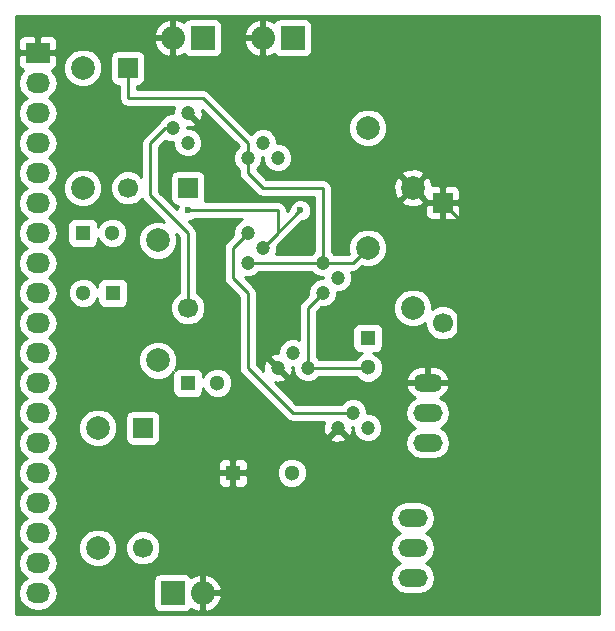
<source format=gbl>
G04 #@! TF.FileFunction,Copper,L2,Bot,Signal*
%FSLAX46Y46*%
G04 Gerber Fmt 4.6, Leading zero omitted, Abs format (unit mm)*
G04 Created by KiCad (PCBNEW 4.0.4+e1-6308~48~ubuntu16.04.1-stable) date Fri Nov  4 19:41:06 2016*
%MOMM*%
%LPD*%
G01*
G04 APERTURE LIST*
%ADD10C,0.100000*%
%ADD11R,1.300000X1.300000*%
%ADD12C,1.300000*%
%ADD13R,2.032000X2.032000*%
%ADD14O,2.032000X2.032000*%
%ADD15O,2.499360X1.501140*%
%ADD16R,2.032000X1.727200*%
%ADD17O,2.032000X1.727200*%
%ADD18C,1.998980*%
%ADD19C,1.699260*%
%ADD20R,1.699260X1.699260*%
%ADD21C,1.200000*%
%ADD22C,0.600000*%
%ADD23C,0.250000*%
%ADD24C,0.254000*%
G04 APERTURE END LIST*
D10*
D11*
X48260000Y-101600000D03*
D12*
X45760000Y-101600000D03*
D11*
X54610000Y-109220000D03*
D12*
X57110000Y-109220000D03*
D11*
X58420000Y-116840000D03*
D12*
X63420000Y-116840000D03*
D11*
X69850000Y-105410000D03*
D12*
X69850000Y-107910000D03*
D11*
X45720000Y-96520000D03*
D12*
X48220000Y-96520000D03*
D13*
X53340000Y-127000000D03*
D14*
X55880000Y-127000000D03*
D13*
X55880000Y-80010000D03*
D14*
X53340000Y-80010000D03*
D15*
X74930000Y-111760000D03*
X74930000Y-114300000D03*
X74930000Y-109220000D03*
X73660000Y-123190000D03*
X73660000Y-120650000D03*
X73660000Y-125730000D03*
D13*
X63500000Y-80010000D03*
D14*
X60960000Y-80010000D03*
D16*
X41910000Y-81280000D03*
D17*
X41910000Y-83820000D03*
X41910000Y-86360000D03*
X41910000Y-88900000D03*
X41910000Y-91440000D03*
X41910000Y-93980000D03*
X41910000Y-96520000D03*
X41910000Y-99060000D03*
X41910000Y-101600000D03*
X41910000Y-104140000D03*
X41910000Y-106680000D03*
X41910000Y-109220000D03*
X41910000Y-111760000D03*
X41910000Y-114300000D03*
X41910000Y-116840000D03*
X41910000Y-119380000D03*
X41910000Y-121920000D03*
X41910000Y-124460000D03*
X41910000Y-127000000D03*
D18*
X69850000Y-87630000D03*
X69850000Y-97790000D03*
X73660000Y-92710000D03*
X73660000Y-102870000D03*
X46990000Y-113030000D03*
X46990000Y-123190000D03*
X52070000Y-107315000D03*
X52070000Y-97155000D03*
X45720000Y-82550000D03*
X45720000Y-92710000D03*
D19*
X50802540Y-123190520D03*
D20*
X50802540Y-113030520D03*
D19*
X76202540Y-104140520D03*
D20*
X76202540Y-93980520D03*
D19*
X49532540Y-92710520D03*
D20*
X49532540Y-82550520D03*
D19*
X54612540Y-102870520D03*
D20*
X54612540Y-92710520D03*
D21*
X64770000Y-107950000D03*
X63500000Y-106680000D03*
X62230000Y-107950000D03*
X66040000Y-101600000D03*
X67310000Y-100330000D03*
X66040000Y-99060000D03*
X69850000Y-113030000D03*
X68580000Y-111760000D03*
X67310000Y-113030000D03*
X62230000Y-90170000D03*
X60960000Y-88900000D03*
X59690000Y-90170000D03*
X54610000Y-86360000D03*
X53340000Y-87630000D03*
X54610000Y-88900000D03*
X59690000Y-99060000D03*
X60960000Y-97790000D03*
X59690000Y-96520000D03*
D22*
X64135000Y-94615000D03*
X54610000Y-94615000D03*
D23*
X53340000Y-87630000D02*
X52705000Y-87630000D01*
X54612540Y-96522540D02*
X54612540Y-102870520D01*
X51435000Y-93345000D02*
X54612540Y-96522540D01*
X51435000Y-88900000D02*
X51435000Y-93345000D01*
X52705000Y-87630000D02*
X51435000Y-88900000D01*
X64770000Y-107950000D02*
X64770000Y-102870000D01*
X64770000Y-102870000D02*
X66040000Y-101600000D01*
X64770000Y-107950000D02*
X69810000Y-107950000D01*
X69810000Y-107950000D02*
X69850000Y-107910000D01*
X62230000Y-107950000D02*
X64770000Y-110490000D01*
X69850000Y-115570000D02*
X67310000Y-113030000D01*
X71120000Y-114300000D02*
X69850000Y-115570000D01*
X71120000Y-111760000D02*
X71120000Y-114300000D01*
X69850000Y-110490000D02*
X71120000Y-111760000D01*
X64770000Y-110490000D02*
X69850000Y-110490000D01*
X74930000Y-109220000D02*
X74930000Y-107950000D01*
X77470000Y-95247980D02*
X76202540Y-93980520D01*
X77470000Y-105410000D02*
X77470000Y-95247980D01*
X74930000Y-107950000D02*
X77470000Y-105410000D01*
X64135000Y-94615000D02*
X60960000Y-97790000D01*
X60960000Y-97790000D02*
X62230000Y-96520000D01*
X62230000Y-94615000D02*
X54610000Y-94615000D01*
X62230000Y-96520000D02*
X62230000Y-94615000D01*
X68580000Y-111760000D02*
X63500000Y-111760000D01*
X58420000Y-97790000D02*
X59690000Y-96520000D01*
X58420000Y-100330000D02*
X58420000Y-97790000D01*
X59690000Y-101600000D02*
X58420000Y-100330000D01*
X59690000Y-107950000D02*
X59690000Y-101600000D01*
X63500000Y-111760000D02*
X59690000Y-107950000D01*
X49532540Y-82550520D02*
X49532540Y-85092540D01*
X59690000Y-88900000D02*
X59690000Y-90170000D01*
X55880000Y-85090000D02*
X59690000Y-88900000D01*
X49535080Y-85090000D02*
X55880000Y-85090000D01*
X49532540Y-85092540D02*
X49535080Y-85090000D01*
X59690000Y-99060000D02*
X66040000Y-99060000D01*
X66040000Y-99060000D02*
X68580000Y-99060000D01*
X68580000Y-99060000D02*
X69850000Y-97790000D01*
X66040000Y-99060000D02*
X66040000Y-92710000D01*
X59690000Y-90170000D02*
X59690000Y-91440000D01*
X60960000Y-92710000D02*
X66040000Y-92710000D01*
X59690000Y-91440000D02*
X60960000Y-92710000D01*
D24*
G36*
X89460000Y-128830000D02*
X40080000Y-128830000D01*
X40080000Y-83820000D01*
X40226655Y-83820000D01*
X40340729Y-84393489D01*
X40665585Y-84879670D01*
X40980366Y-85090000D01*
X40665585Y-85300330D01*
X40340729Y-85786511D01*
X40226655Y-86360000D01*
X40340729Y-86933489D01*
X40665585Y-87419670D01*
X40980366Y-87630000D01*
X40665585Y-87840330D01*
X40340729Y-88326511D01*
X40226655Y-88900000D01*
X40340729Y-89473489D01*
X40665585Y-89959670D01*
X40980366Y-90170000D01*
X40665585Y-90380330D01*
X40340729Y-90866511D01*
X40226655Y-91440000D01*
X40340729Y-92013489D01*
X40665585Y-92499670D01*
X40980366Y-92710000D01*
X40665585Y-92920330D01*
X40340729Y-93406511D01*
X40226655Y-93980000D01*
X40340729Y-94553489D01*
X40665585Y-95039670D01*
X40980366Y-95250000D01*
X40665585Y-95460330D01*
X40340729Y-95946511D01*
X40226655Y-96520000D01*
X40340729Y-97093489D01*
X40665585Y-97579670D01*
X40980366Y-97790000D01*
X40665585Y-98000330D01*
X40340729Y-98486511D01*
X40226655Y-99060000D01*
X40340729Y-99633489D01*
X40665585Y-100119670D01*
X40980366Y-100330000D01*
X40665585Y-100540330D01*
X40340729Y-101026511D01*
X40226655Y-101600000D01*
X40340729Y-102173489D01*
X40665585Y-102659670D01*
X40980366Y-102870000D01*
X40665585Y-103080330D01*
X40340729Y-103566511D01*
X40226655Y-104140000D01*
X40340729Y-104713489D01*
X40665585Y-105199670D01*
X40980366Y-105410000D01*
X40665585Y-105620330D01*
X40340729Y-106106511D01*
X40226655Y-106680000D01*
X40340729Y-107253489D01*
X40665585Y-107739670D01*
X40980366Y-107950000D01*
X40665585Y-108160330D01*
X40340729Y-108646511D01*
X40226655Y-109220000D01*
X40340729Y-109793489D01*
X40665585Y-110279670D01*
X40980366Y-110490000D01*
X40665585Y-110700330D01*
X40340729Y-111186511D01*
X40226655Y-111760000D01*
X40340729Y-112333489D01*
X40665585Y-112819670D01*
X40980366Y-113030000D01*
X40665585Y-113240330D01*
X40340729Y-113726511D01*
X40226655Y-114300000D01*
X40340729Y-114873489D01*
X40665585Y-115359670D01*
X40980366Y-115570000D01*
X40665585Y-115780330D01*
X40340729Y-116266511D01*
X40226655Y-116840000D01*
X40340729Y-117413489D01*
X40665585Y-117899670D01*
X40980366Y-118110000D01*
X40665585Y-118320330D01*
X40340729Y-118806511D01*
X40226655Y-119380000D01*
X40340729Y-119953489D01*
X40665585Y-120439670D01*
X40980366Y-120650000D01*
X40665585Y-120860330D01*
X40340729Y-121346511D01*
X40226655Y-121920000D01*
X40340729Y-122493489D01*
X40665585Y-122979670D01*
X40980366Y-123190000D01*
X40665585Y-123400330D01*
X40340729Y-123886511D01*
X40226655Y-124460000D01*
X40340729Y-125033489D01*
X40665585Y-125519670D01*
X40980366Y-125730000D01*
X40665585Y-125940330D01*
X40340729Y-126426511D01*
X40226655Y-127000000D01*
X40340729Y-127573489D01*
X40665585Y-128059670D01*
X41151766Y-128384526D01*
X41725255Y-128498600D01*
X42094745Y-128498600D01*
X42668234Y-128384526D01*
X43154415Y-128059670D01*
X43479271Y-127573489D01*
X43593345Y-127000000D01*
X43479271Y-126426511D01*
X43183595Y-125984000D01*
X51676560Y-125984000D01*
X51676560Y-128016000D01*
X51720838Y-128251317D01*
X51859910Y-128467441D01*
X52072110Y-128612431D01*
X52324000Y-128663440D01*
X54356000Y-128663440D01*
X54591317Y-128619162D01*
X54807441Y-128480090D01*
X54907856Y-128333128D01*
X54911621Y-128337188D01*
X55497054Y-128605983D01*
X55753000Y-128487367D01*
X55753000Y-127127000D01*
X56007000Y-127127000D01*
X56007000Y-128487367D01*
X56262946Y-128605983D01*
X56848379Y-128337188D01*
X57286385Y-127864818D01*
X57485975Y-127382944D01*
X57366836Y-127127000D01*
X56007000Y-127127000D01*
X55753000Y-127127000D01*
X55733000Y-127127000D01*
X55733000Y-126873000D01*
X55753000Y-126873000D01*
X55753000Y-125512633D01*
X56007000Y-125512633D01*
X56007000Y-126873000D01*
X57366836Y-126873000D01*
X57485975Y-126617056D01*
X57286385Y-126135182D01*
X56848379Y-125662812D01*
X56262946Y-125394017D01*
X56007000Y-125512633D01*
X55753000Y-125512633D01*
X55497054Y-125394017D01*
X54911621Y-125662812D01*
X54907066Y-125667724D01*
X54820090Y-125532559D01*
X54607890Y-125387569D01*
X54356000Y-125336560D01*
X52324000Y-125336560D01*
X52088683Y-125380838D01*
X51872559Y-125519910D01*
X51727569Y-125732110D01*
X51676560Y-125984000D01*
X43183595Y-125984000D01*
X43154415Y-125940330D01*
X42839634Y-125730000D01*
X43154415Y-125519670D01*
X43479271Y-125033489D01*
X43593345Y-124460000D01*
X43479271Y-123886511D01*
X43230163Y-123513694D01*
X45355226Y-123513694D01*
X45603538Y-124114655D01*
X46062927Y-124574846D01*
X46663453Y-124824206D01*
X47313694Y-124824774D01*
X47914655Y-124576462D01*
X48374846Y-124117073D01*
X48624206Y-123516547D01*
X48624233Y-123484536D01*
X49317652Y-123484536D01*
X49543198Y-124030397D01*
X49960466Y-124448394D01*
X50505933Y-124674892D01*
X51096556Y-124675408D01*
X51642417Y-124449862D01*
X52060414Y-124032594D01*
X52286912Y-123487127D01*
X52287428Y-122896504D01*
X52061882Y-122350643D01*
X51644614Y-121932646D01*
X51099147Y-121706148D01*
X50508524Y-121705632D01*
X49962663Y-121931178D01*
X49544666Y-122348446D01*
X49318168Y-122893913D01*
X49317652Y-123484536D01*
X48624233Y-123484536D01*
X48624774Y-122866306D01*
X48376462Y-122265345D01*
X47917073Y-121805154D01*
X47316547Y-121555794D01*
X46666306Y-121555226D01*
X46065345Y-121803538D01*
X45605154Y-122262927D01*
X45355794Y-122863453D01*
X45355226Y-123513694D01*
X43230163Y-123513694D01*
X43154415Y-123400330D01*
X42839634Y-123190000D01*
X43154415Y-122979670D01*
X43479271Y-122493489D01*
X43593345Y-121920000D01*
X43479271Y-121346511D01*
X43154415Y-120860330D01*
X42839634Y-120650000D01*
X71738397Y-120650000D01*
X71843867Y-121180235D01*
X72144221Y-121629746D01*
X72578616Y-121920000D01*
X72144221Y-122210254D01*
X71843867Y-122659765D01*
X71738397Y-123190000D01*
X71843867Y-123720235D01*
X72144221Y-124169746D01*
X72578616Y-124460000D01*
X72144221Y-124750254D01*
X71843867Y-125199765D01*
X71738397Y-125730000D01*
X71843867Y-126260235D01*
X72144221Y-126709746D01*
X72593732Y-127010100D01*
X73123967Y-127115570D01*
X74196033Y-127115570D01*
X74726268Y-127010100D01*
X75175779Y-126709746D01*
X75476133Y-126260235D01*
X75581603Y-125730000D01*
X75476133Y-125199765D01*
X75175779Y-124750254D01*
X74741384Y-124460000D01*
X75175779Y-124169746D01*
X75476133Y-123720235D01*
X75581603Y-123190000D01*
X75476133Y-122659765D01*
X75175779Y-122210254D01*
X74741384Y-121920000D01*
X75175779Y-121629746D01*
X75476133Y-121180235D01*
X75581603Y-120650000D01*
X75476133Y-120119765D01*
X75175779Y-119670254D01*
X74726268Y-119369900D01*
X74196033Y-119264430D01*
X73123967Y-119264430D01*
X72593732Y-119369900D01*
X72144221Y-119670254D01*
X71843867Y-120119765D01*
X71738397Y-120650000D01*
X42839634Y-120650000D01*
X43154415Y-120439670D01*
X43479271Y-119953489D01*
X43593345Y-119380000D01*
X43479271Y-118806511D01*
X43154415Y-118320330D01*
X42839634Y-118110000D01*
X43154415Y-117899670D01*
X43479271Y-117413489D01*
X43536505Y-117125750D01*
X57135000Y-117125750D01*
X57135000Y-117616310D01*
X57231673Y-117849699D01*
X57410302Y-118028327D01*
X57643691Y-118125000D01*
X58134250Y-118125000D01*
X58293000Y-117966250D01*
X58293000Y-116967000D01*
X58547000Y-116967000D01*
X58547000Y-117966250D01*
X58705750Y-118125000D01*
X59196309Y-118125000D01*
X59429698Y-118028327D01*
X59608327Y-117849699D01*
X59705000Y-117616310D01*
X59705000Y-117125750D01*
X59673731Y-117094481D01*
X62134777Y-117094481D01*
X62329995Y-117566943D01*
X62691155Y-117928735D01*
X63163276Y-118124777D01*
X63674481Y-118125223D01*
X64146943Y-117930005D01*
X64508735Y-117568845D01*
X64704777Y-117096724D01*
X64705223Y-116585519D01*
X64510005Y-116113057D01*
X64148845Y-115751265D01*
X63676724Y-115555223D01*
X63165519Y-115554777D01*
X62693057Y-115749995D01*
X62331265Y-116111155D01*
X62135223Y-116583276D01*
X62134777Y-117094481D01*
X59673731Y-117094481D01*
X59546250Y-116967000D01*
X58547000Y-116967000D01*
X58293000Y-116967000D01*
X57293750Y-116967000D01*
X57135000Y-117125750D01*
X43536505Y-117125750D01*
X43593345Y-116840000D01*
X43479271Y-116266511D01*
X43343751Y-116063690D01*
X57135000Y-116063690D01*
X57135000Y-116554250D01*
X57293750Y-116713000D01*
X58293000Y-116713000D01*
X58293000Y-115713750D01*
X58547000Y-115713750D01*
X58547000Y-116713000D01*
X59546250Y-116713000D01*
X59705000Y-116554250D01*
X59705000Y-116063690D01*
X59608327Y-115830301D01*
X59429698Y-115651673D01*
X59196309Y-115555000D01*
X58705750Y-115555000D01*
X58547000Y-115713750D01*
X58293000Y-115713750D01*
X58134250Y-115555000D01*
X57643691Y-115555000D01*
X57410302Y-115651673D01*
X57231673Y-115830301D01*
X57135000Y-116063690D01*
X43343751Y-116063690D01*
X43154415Y-115780330D01*
X42839634Y-115570000D01*
X43154415Y-115359670D01*
X43479271Y-114873489D01*
X43593345Y-114300000D01*
X43479271Y-113726511D01*
X43230163Y-113353694D01*
X45355226Y-113353694D01*
X45603538Y-113954655D01*
X46062927Y-114414846D01*
X46663453Y-114664206D01*
X47313694Y-114664774D01*
X47914655Y-114416462D01*
X48374846Y-113957073D01*
X48624206Y-113356547D01*
X48624774Y-112706306D01*
X48407677Y-112180890D01*
X49305470Y-112180890D01*
X49305470Y-113880150D01*
X49349748Y-114115467D01*
X49488820Y-114331591D01*
X49701020Y-114476581D01*
X49952910Y-114527590D01*
X51652170Y-114527590D01*
X51887487Y-114483312D01*
X52103611Y-114344240D01*
X52248601Y-114132040D01*
X52297061Y-113892735D01*
X66626870Y-113892735D01*
X66676383Y-114118164D01*
X67141036Y-114277807D01*
X67631413Y-114247482D01*
X67943617Y-114118164D01*
X67993130Y-113892735D01*
X67310000Y-113209605D01*
X66626870Y-113892735D01*
X52297061Y-113892735D01*
X52299610Y-113880150D01*
X52299610Y-112180890D01*
X52255332Y-111945573D01*
X52116260Y-111729449D01*
X51904060Y-111584459D01*
X51652170Y-111533450D01*
X49952910Y-111533450D01*
X49717593Y-111577728D01*
X49501469Y-111716800D01*
X49356479Y-111929000D01*
X49305470Y-112180890D01*
X48407677Y-112180890D01*
X48376462Y-112105345D01*
X47917073Y-111645154D01*
X47316547Y-111395794D01*
X46666306Y-111395226D01*
X46065345Y-111643538D01*
X45605154Y-112102927D01*
X45355794Y-112703453D01*
X45355226Y-113353694D01*
X43230163Y-113353694D01*
X43154415Y-113240330D01*
X42839634Y-113030000D01*
X43154415Y-112819670D01*
X43479271Y-112333489D01*
X43593345Y-111760000D01*
X43479271Y-111186511D01*
X43154415Y-110700330D01*
X42839634Y-110490000D01*
X43154415Y-110279670D01*
X43479271Y-109793489D01*
X43593345Y-109220000D01*
X43479271Y-108646511D01*
X43154415Y-108160330D01*
X42839634Y-107950000D01*
X43154415Y-107739670D01*
X43221885Y-107638694D01*
X50435226Y-107638694D01*
X50683538Y-108239655D01*
X51142927Y-108699846D01*
X51743453Y-108949206D01*
X52393694Y-108949774D01*
X52994655Y-108701462D01*
X53359741Y-108337012D01*
X53312560Y-108570000D01*
X53312560Y-109870000D01*
X53356838Y-110105317D01*
X53495910Y-110321441D01*
X53708110Y-110466431D01*
X53960000Y-110517440D01*
X55260000Y-110517440D01*
X55495317Y-110473162D01*
X55711441Y-110334090D01*
X55856431Y-110121890D01*
X55907440Y-109870000D01*
X55907440Y-109674540D01*
X56019995Y-109946943D01*
X56381155Y-110308735D01*
X56853276Y-110504777D01*
X57364481Y-110505223D01*
X57836943Y-110310005D01*
X58198735Y-109948845D01*
X58394777Y-109476724D01*
X58395223Y-108965519D01*
X58200005Y-108493057D01*
X57838845Y-108131265D01*
X57366724Y-107935223D01*
X56855519Y-107934777D01*
X56383057Y-108129995D01*
X56021265Y-108491155D01*
X55907440Y-108765276D01*
X55907440Y-108570000D01*
X55863162Y-108334683D01*
X55724090Y-108118559D01*
X55511890Y-107973569D01*
X55260000Y-107922560D01*
X53960000Y-107922560D01*
X53724683Y-107966838D01*
X53512416Y-108103428D01*
X53704206Y-107641547D01*
X53704774Y-106991306D01*
X53456462Y-106390345D01*
X52997073Y-105930154D01*
X52396547Y-105680794D01*
X51746306Y-105680226D01*
X51145345Y-105928538D01*
X50685154Y-106387927D01*
X50435794Y-106988453D01*
X50435226Y-107638694D01*
X43221885Y-107638694D01*
X43479271Y-107253489D01*
X43593345Y-106680000D01*
X43479271Y-106106511D01*
X43154415Y-105620330D01*
X42839634Y-105410000D01*
X43154415Y-105199670D01*
X43479271Y-104713489D01*
X43593345Y-104140000D01*
X43479271Y-103566511D01*
X43154415Y-103080330D01*
X42839634Y-102870000D01*
X43154415Y-102659670D01*
X43479271Y-102173489D01*
X43542725Y-101854481D01*
X44474777Y-101854481D01*
X44669995Y-102326943D01*
X45031155Y-102688735D01*
X45503276Y-102884777D01*
X46014481Y-102885223D01*
X46486943Y-102690005D01*
X46848735Y-102328845D01*
X46962560Y-102054724D01*
X46962560Y-102250000D01*
X47006838Y-102485317D01*
X47145910Y-102701441D01*
X47358110Y-102846431D01*
X47610000Y-102897440D01*
X48910000Y-102897440D01*
X49145317Y-102853162D01*
X49361441Y-102714090D01*
X49506431Y-102501890D01*
X49557440Y-102250000D01*
X49557440Y-100950000D01*
X49513162Y-100714683D01*
X49374090Y-100498559D01*
X49161890Y-100353569D01*
X48910000Y-100302560D01*
X47610000Y-100302560D01*
X47374683Y-100346838D01*
X47158559Y-100485910D01*
X47013569Y-100698110D01*
X46962560Y-100950000D01*
X46962560Y-101145460D01*
X46850005Y-100873057D01*
X46488845Y-100511265D01*
X46016724Y-100315223D01*
X45505519Y-100314777D01*
X45033057Y-100509995D01*
X44671265Y-100871155D01*
X44475223Y-101343276D01*
X44474777Y-101854481D01*
X43542725Y-101854481D01*
X43593345Y-101600000D01*
X43479271Y-101026511D01*
X43154415Y-100540330D01*
X42839634Y-100330000D01*
X43154415Y-100119670D01*
X43479271Y-99633489D01*
X43593345Y-99060000D01*
X43479271Y-98486511D01*
X43154415Y-98000330D01*
X42839634Y-97790000D01*
X43154415Y-97579670D01*
X43479271Y-97093489D01*
X43593345Y-96520000D01*
X43479271Y-95946511D01*
X43428148Y-95870000D01*
X44422560Y-95870000D01*
X44422560Y-97170000D01*
X44466838Y-97405317D01*
X44605910Y-97621441D01*
X44818110Y-97766431D01*
X45070000Y-97817440D01*
X46370000Y-97817440D01*
X46605317Y-97773162D01*
X46821441Y-97634090D01*
X46966431Y-97421890D01*
X47017440Y-97170000D01*
X47017440Y-96974540D01*
X47129995Y-97246943D01*
X47491155Y-97608735D01*
X47963276Y-97804777D01*
X48474481Y-97805223D01*
X48946943Y-97610005D01*
X49308735Y-97248845D01*
X49504777Y-96776724D01*
X49505223Y-96265519D01*
X49310005Y-95793057D01*
X48948845Y-95431265D01*
X48476724Y-95235223D01*
X47965519Y-95234777D01*
X47493057Y-95429995D01*
X47131265Y-95791155D01*
X47017440Y-96065276D01*
X47017440Y-95870000D01*
X46973162Y-95634683D01*
X46834090Y-95418559D01*
X46621890Y-95273569D01*
X46370000Y-95222560D01*
X45070000Y-95222560D01*
X44834683Y-95266838D01*
X44618559Y-95405910D01*
X44473569Y-95618110D01*
X44422560Y-95870000D01*
X43428148Y-95870000D01*
X43154415Y-95460330D01*
X42839634Y-95250000D01*
X43154415Y-95039670D01*
X43479271Y-94553489D01*
X43593345Y-93980000D01*
X43479271Y-93406511D01*
X43230163Y-93033694D01*
X44085226Y-93033694D01*
X44333538Y-93634655D01*
X44792927Y-94094846D01*
X45393453Y-94344206D01*
X46043694Y-94344774D01*
X46644655Y-94096462D01*
X47104846Y-93637073D01*
X47354206Y-93036547D01*
X47354774Y-92386306D01*
X47106462Y-91785345D01*
X46647073Y-91325154D01*
X46046547Y-91075794D01*
X45396306Y-91075226D01*
X44795345Y-91323538D01*
X44335154Y-91782927D01*
X44085794Y-92383453D01*
X44085226Y-93033694D01*
X43230163Y-93033694D01*
X43154415Y-92920330D01*
X42839634Y-92710000D01*
X43154415Y-92499670D01*
X43479271Y-92013489D01*
X43593345Y-91440000D01*
X43479271Y-90866511D01*
X43154415Y-90380330D01*
X42839634Y-90170000D01*
X43154415Y-89959670D01*
X43479271Y-89473489D01*
X43593345Y-88900000D01*
X43479271Y-88326511D01*
X43154415Y-87840330D01*
X42839634Y-87630000D01*
X43154415Y-87419670D01*
X43479271Y-86933489D01*
X43593345Y-86360000D01*
X43479271Y-85786511D01*
X43154415Y-85300330D01*
X42839634Y-85090000D01*
X43154415Y-84879670D01*
X43479271Y-84393489D01*
X43593345Y-83820000D01*
X43479271Y-83246511D01*
X43230163Y-82873694D01*
X44085226Y-82873694D01*
X44333538Y-83474655D01*
X44792927Y-83934846D01*
X45393453Y-84184206D01*
X46043694Y-84184774D01*
X46644655Y-83936462D01*
X47104846Y-83477073D01*
X47354206Y-82876547D01*
X47354774Y-82226306D01*
X47137677Y-81700890D01*
X48035470Y-81700890D01*
X48035470Y-83400150D01*
X48079748Y-83635467D01*
X48218820Y-83851591D01*
X48431020Y-83996581D01*
X48682910Y-84047590D01*
X48772540Y-84047590D01*
X48772540Y-85092540D01*
X48830392Y-85383379D01*
X48995139Y-85629941D01*
X49241701Y-85794688D01*
X49532540Y-85852540D01*
X49545309Y-85850000D01*
X53479364Y-85850000D01*
X53362193Y-86191036D01*
X53374808Y-86395030D01*
X53095421Y-86394786D01*
X52641343Y-86582408D01*
X52293629Y-86929515D01*
X52248302Y-87038675D01*
X52167599Y-87092599D01*
X50897599Y-88362599D01*
X50732852Y-88609161D01*
X50675000Y-88900000D01*
X50675000Y-91753557D01*
X50374614Y-91452646D01*
X49829147Y-91226148D01*
X49238524Y-91225632D01*
X48692663Y-91451178D01*
X48274666Y-91868446D01*
X48048168Y-92413913D01*
X48047652Y-93004536D01*
X48273198Y-93550397D01*
X48690466Y-93968394D01*
X49235933Y-94194892D01*
X49826556Y-94195408D01*
X50372417Y-93969862D01*
X50728573Y-93614327D01*
X50732852Y-93635839D01*
X50897599Y-93882401D01*
X52635011Y-95619813D01*
X52396547Y-95520794D01*
X51746306Y-95520226D01*
X51145345Y-95768538D01*
X50685154Y-96227927D01*
X50435794Y-96828453D01*
X50435226Y-97478694D01*
X50683538Y-98079655D01*
X51142927Y-98539846D01*
X51743453Y-98789206D01*
X52393694Y-98789774D01*
X52994655Y-98541462D01*
X53454846Y-98082073D01*
X53704206Y-97481547D01*
X53704774Y-96831306D01*
X53604977Y-96589779D01*
X53852540Y-96837342D01*
X53852540Y-101578173D01*
X53772663Y-101611178D01*
X53354666Y-102028446D01*
X53128168Y-102573913D01*
X53127652Y-103164536D01*
X53353198Y-103710397D01*
X53770466Y-104128394D01*
X54315933Y-104354892D01*
X54906556Y-104355408D01*
X55452417Y-104129862D01*
X55870414Y-103712594D01*
X56096912Y-103167127D01*
X56097428Y-102576504D01*
X55871882Y-102030643D01*
X55454614Y-101612646D01*
X55372540Y-101578566D01*
X55372540Y-96522540D01*
X55314688Y-96231701D01*
X55149941Y-95985139D01*
X54714894Y-95550092D01*
X54795167Y-95550162D01*
X55138943Y-95408117D01*
X55172118Y-95375000D01*
X59227087Y-95375000D01*
X58991343Y-95472408D01*
X58643629Y-95819515D01*
X58455215Y-96273266D01*
X58454860Y-96680338D01*
X57882599Y-97252599D01*
X57717852Y-97499161D01*
X57660000Y-97790000D01*
X57660000Y-100330000D01*
X57717852Y-100620839D01*
X57882599Y-100867401D01*
X58930000Y-101914802D01*
X58930000Y-107950000D01*
X58987852Y-108240839D01*
X59152599Y-108487401D01*
X62962599Y-112297401D01*
X63209161Y-112462148D01*
X63500000Y-112520000D01*
X66179364Y-112520000D01*
X66062193Y-112861036D01*
X66092518Y-113351413D01*
X66221836Y-113663617D01*
X66447265Y-113713130D01*
X67130395Y-113030000D01*
X67116253Y-113015858D01*
X67295858Y-112836253D01*
X67310000Y-112850395D01*
X67324143Y-112836253D01*
X67503748Y-113015858D01*
X67489605Y-113030000D01*
X68172735Y-113713130D01*
X68398164Y-113663617D01*
X68557807Y-113198964D01*
X68545192Y-112994970D01*
X68615030Y-112995031D01*
X68614786Y-113274579D01*
X68802408Y-113728657D01*
X69149515Y-114076371D01*
X69603266Y-114264785D01*
X70094579Y-114265214D01*
X70548657Y-114077592D01*
X70896371Y-113730485D01*
X71084785Y-113276734D01*
X71085214Y-112785421D01*
X70897592Y-112331343D01*
X70550485Y-111983629D01*
X70096734Y-111795215D01*
X69814970Y-111794969D01*
X69815000Y-111760000D01*
X73008397Y-111760000D01*
X73113867Y-112290235D01*
X73414221Y-112739746D01*
X73848616Y-113030000D01*
X73414221Y-113320254D01*
X73113867Y-113769765D01*
X73008397Y-114300000D01*
X73113867Y-114830235D01*
X73414221Y-115279746D01*
X73863732Y-115580100D01*
X74393967Y-115685570D01*
X75466033Y-115685570D01*
X75996268Y-115580100D01*
X76445779Y-115279746D01*
X76746133Y-114830235D01*
X76851603Y-114300000D01*
X76746133Y-113769765D01*
X76445779Y-113320254D01*
X76011384Y-113030000D01*
X76445779Y-112739746D01*
X76746133Y-112290235D01*
X76851603Y-111760000D01*
X76746133Y-111229765D01*
X76445779Y-110780254D01*
X75996268Y-110479900D01*
X75986968Y-110478050D01*
X76076677Y-110451499D01*
X76498658Y-110109944D01*
X76757810Y-109632903D01*
X76771993Y-109561275D01*
X76649339Y-109347000D01*
X75057000Y-109347000D01*
X75057000Y-109367000D01*
X74803000Y-109367000D01*
X74803000Y-109347000D01*
X73210661Y-109347000D01*
X73088007Y-109561275D01*
X73102190Y-109632903D01*
X73361342Y-110109944D01*
X73783323Y-110451499D01*
X73873032Y-110478050D01*
X73863732Y-110479900D01*
X73414221Y-110780254D01*
X73113867Y-111229765D01*
X73008397Y-111760000D01*
X69815000Y-111760000D01*
X69815214Y-111515421D01*
X69627592Y-111061343D01*
X69280485Y-110713629D01*
X68826734Y-110525215D01*
X68335421Y-110524786D01*
X67881343Y-110712408D01*
X67593248Y-111000000D01*
X63814802Y-111000000D01*
X61987262Y-109172460D01*
X62061036Y-109197807D01*
X62551413Y-109167482D01*
X62863617Y-109038164D01*
X62913130Y-108812735D01*
X62230000Y-108129605D01*
X62215858Y-108143748D01*
X62036253Y-107964143D01*
X62050395Y-107950000D01*
X61367265Y-107266870D01*
X61141836Y-107316383D01*
X60982193Y-107781036D01*
X61007660Y-108192858D01*
X60450000Y-107635198D01*
X60450000Y-101600000D01*
X60392148Y-101309161D01*
X60392148Y-101309160D01*
X60227401Y-101062599D01*
X59459601Y-100294799D01*
X59934579Y-100295214D01*
X60388657Y-100107592D01*
X60676752Y-99820000D01*
X65053644Y-99820000D01*
X65339515Y-100106371D01*
X65793266Y-100294785D01*
X66075030Y-100295031D01*
X66074969Y-100365030D01*
X65795421Y-100364786D01*
X65341343Y-100552408D01*
X64993629Y-100899515D01*
X64805215Y-101353266D01*
X64804860Y-101760338D01*
X64232599Y-102332599D01*
X64067852Y-102579161D01*
X64010000Y-102870000D01*
X64010000Y-105554533D01*
X63746734Y-105445215D01*
X63255421Y-105444786D01*
X62801343Y-105632408D01*
X62453629Y-105979515D01*
X62265215Y-106433266D01*
X62264973Y-106710479D01*
X61908587Y-106732518D01*
X61596383Y-106861836D01*
X61546870Y-107087265D01*
X62230000Y-107770395D01*
X62244143Y-107756253D01*
X62423748Y-107935858D01*
X62409605Y-107950000D01*
X63092735Y-108633130D01*
X63318164Y-108583617D01*
X63477807Y-108118964D01*
X63465192Y-107914970D01*
X63535030Y-107915031D01*
X63534786Y-108194579D01*
X63722408Y-108648657D01*
X64069515Y-108996371D01*
X64523266Y-109184785D01*
X65014579Y-109185214D01*
X65468657Y-108997592D01*
X65756752Y-108710000D01*
X68832924Y-108710000D01*
X69121155Y-108998735D01*
X69593276Y-109194777D01*
X70104481Y-109195223D01*
X70576943Y-109000005D01*
X70698435Y-108878725D01*
X73088007Y-108878725D01*
X73210661Y-109093000D01*
X74803000Y-109093000D01*
X74803000Y-107834430D01*
X75057000Y-107834430D01*
X75057000Y-109093000D01*
X76649339Y-109093000D01*
X76771993Y-108878725D01*
X76757810Y-108807097D01*
X76498658Y-108330056D01*
X76076677Y-107988501D01*
X75556110Y-107834430D01*
X75057000Y-107834430D01*
X74803000Y-107834430D01*
X74303890Y-107834430D01*
X73783323Y-107988501D01*
X73361342Y-108330056D01*
X73102190Y-108807097D01*
X73088007Y-108878725D01*
X70698435Y-108878725D01*
X70938735Y-108638845D01*
X71134777Y-108166724D01*
X71135223Y-107655519D01*
X70940005Y-107183057D01*
X70578845Y-106821265D01*
X70304724Y-106707440D01*
X70500000Y-106707440D01*
X70735317Y-106663162D01*
X70951441Y-106524090D01*
X71096431Y-106311890D01*
X71147440Y-106060000D01*
X71147440Y-104760000D01*
X71103162Y-104524683D01*
X70964090Y-104308559D01*
X70751890Y-104163569D01*
X70500000Y-104112560D01*
X69200000Y-104112560D01*
X68964683Y-104156838D01*
X68748559Y-104295910D01*
X68603569Y-104508110D01*
X68552560Y-104760000D01*
X68552560Y-106060000D01*
X68596838Y-106295317D01*
X68735910Y-106511441D01*
X68948110Y-106656431D01*
X69200000Y-106707440D01*
X69395460Y-106707440D01*
X69123057Y-106819995D01*
X68761265Y-107181155D01*
X68757592Y-107190000D01*
X65756356Y-107190000D01*
X65530000Y-106963248D01*
X65530000Y-103193694D01*
X72025226Y-103193694D01*
X72273538Y-103794655D01*
X72732927Y-104254846D01*
X73333453Y-104504206D01*
X73983694Y-104504774D01*
X74584655Y-104256462D01*
X74717924Y-104123425D01*
X74717652Y-104434536D01*
X74943198Y-104980397D01*
X75360466Y-105398394D01*
X75905933Y-105624892D01*
X76496556Y-105625408D01*
X77042417Y-105399862D01*
X77460414Y-104982594D01*
X77686912Y-104437127D01*
X77687428Y-103846504D01*
X77461882Y-103300643D01*
X77044614Y-102882646D01*
X76499147Y-102656148D01*
X75908524Y-102655632D01*
X75362663Y-102881178D01*
X75294422Y-102949300D01*
X75294774Y-102546306D01*
X75046462Y-101945345D01*
X74587073Y-101485154D01*
X73986547Y-101235794D01*
X73336306Y-101235226D01*
X72735345Y-101483538D01*
X72275154Y-101942927D01*
X72025794Y-102543453D01*
X72025226Y-103193694D01*
X65530000Y-103193694D01*
X65530000Y-103184802D01*
X65879941Y-102834861D01*
X66284579Y-102835214D01*
X66738657Y-102647592D01*
X67086371Y-102300485D01*
X67274785Y-101846734D01*
X67275031Y-101564970D01*
X67554579Y-101565214D01*
X68008657Y-101377592D01*
X68356371Y-101030485D01*
X68544785Y-100576734D01*
X68545214Y-100085421D01*
X68435544Y-99820000D01*
X68580000Y-99820000D01*
X68870839Y-99762148D01*
X69117401Y-99597401D01*
X69358917Y-99355885D01*
X69523453Y-99424206D01*
X70173694Y-99424774D01*
X70774655Y-99176462D01*
X71234846Y-98717073D01*
X71484206Y-98116547D01*
X71484774Y-97466306D01*
X71236462Y-96865345D01*
X70777073Y-96405154D01*
X70176547Y-96155794D01*
X69526306Y-96155226D01*
X68925345Y-96403538D01*
X68465154Y-96862927D01*
X68215794Y-97463453D01*
X68215226Y-98113694D01*
X68284309Y-98280889D01*
X68265198Y-98300000D01*
X67026356Y-98300000D01*
X66800000Y-98073248D01*
X66800000Y-93862163D01*
X72687443Y-93862163D01*
X72786042Y-94128965D01*
X73395582Y-94355401D01*
X74045377Y-94331341D01*
X74202472Y-94266270D01*
X74717910Y-94266270D01*
X74717910Y-94956459D01*
X74814583Y-95189848D01*
X74993211Y-95368477D01*
X75226600Y-95465150D01*
X75916790Y-95465150D01*
X76075540Y-95306400D01*
X76075540Y-94107520D01*
X76329540Y-94107520D01*
X76329540Y-95306400D01*
X76488290Y-95465150D01*
X77178480Y-95465150D01*
X77411869Y-95368477D01*
X77590497Y-95189848D01*
X77687170Y-94956459D01*
X77687170Y-94266270D01*
X77528420Y-94107520D01*
X76329540Y-94107520D01*
X76075540Y-94107520D01*
X74876660Y-94107520D01*
X74717910Y-94266270D01*
X74202472Y-94266270D01*
X74533958Y-94128965D01*
X74632557Y-93862163D01*
X73660000Y-92889605D01*
X72687443Y-93862163D01*
X66800000Y-93862163D01*
X66800000Y-92710000D01*
X66747404Y-92445582D01*
X72014599Y-92445582D01*
X72038659Y-93095377D01*
X72241035Y-93583958D01*
X72507837Y-93682557D01*
X73480395Y-92710000D01*
X73839605Y-92710000D01*
X74717910Y-93588304D01*
X74717910Y-93694770D01*
X74876660Y-93853520D01*
X76075540Y-93853520D01*
X76075540Y-92654640D01*
X76329540Y-92654640D01*
X76329540Y-93853520D01*
X77528420Y-93853520D01*
X77687170Y-93694770D01*
X77687170Y-93004581D01*
X77590497Y-92771192D01*
X77411869Y-92592563D01*
X77178480Y-92495890D01*
X76488290Y-92495890D01*
X76329540Y-92654640D01*
X76075540Y-92654640D01*
X75916790Y-92495890D01*
X75287683Y-92495890D01*
X75281341Y-92324623D01*
X75078965Y-91836042D01*
X74812163Y-91737443D01*
X73839605Y-92710000D01*
X73480395Y-92710000D01*
X72507837Y-91737443D01*
X72241035Y-91836042D01*
X72014599Y-92445582D01*
X66747404Y-92445582D01*
X66742148Y-92419161D01*
X66577401Y-92172599D01*
X66330839Y-92007852D01*
X66040000Y-91950000D01*
X61274802Y-91950000D01*
X60882639Y-91557837D01*
X72687443Y-91557837D01*
X73660000Y-92530395D01*
X74632557Y-91557837D01*
X74533958Y-91291035D01*
X73924418Y-91064599D01*
X73274623Y-91088659D01*
X72786042Y-91291035D01*
X72687443Y-91557837D01*
X60882639Y-91557837D01*
X60465593Y-91140791D01*
X60736371Y-90870485D01*
X60924785Y-90416734D01*
X60925031Y-90134970D01*
X60995030Y-90135031D01*
X60994786Y-90414579D01*
X61182408Y-90868657D01*
X61529515Y-91216371D01*
X61983266Y-91404785D01*
X62474579Y-91405214D01*
X62928657Y-91217592D01*
X63276371Y-90870485D01*
X63464785Y-90416734D01*
X63465214Y-89925421D01*
X63277592Y-89471343D01*
X62930485Y-89123629D01*
X62476734Y-88935215D01*
X62194970Y-88934969D01*
X62195214Y-88655421D01*
X62007592Y-88201343D01*
X61760376Y-87953694D01*
X68215226Y-87953694D01*
X68463538Y-88554655D01*
X68922927Y-89014846D01*
X69523453Y-89264206D01*
X70173694Y-89264774D01*
X70774655Y-89016462D01*
X71234846Y-88557073D01*
X71484206Y-87956547D01*
X71484774Y-87306306D01*
X71236462Y-86705345D01*
X70777073Y-86245154D01*
X70176547Y-85995794D01*
X69526306Y-85995226D01*
X68925345Y-86243538D01*
X68465154Y-86702927D01*
X68215794Y-87303453D01*
X68215226Y-87953694D01*
X61760376Y-87953694D01*
X61660485Y-87853629D01*
X61206734Y-87665215D01*
X60715421Y-87664786D01*
X60261343Y-87852408D01*
X59989039Y-88124237D01*
X56417401Y-84552599D01*
X56170839Y-84387852D01*
X55880000Y-84330000D01*
X50292540Y-84330000D01*
X50292540Y-84047590D01*
X50382170Y-84047590D01*
X50617487Y-84003312D01*
X50833611Y-83864240D01*
X50978601Y-83652040D01*
X51029610Y-83400150D01*
X51029610Y-81700890D01*
X50985332Y-81465573D01*
X50846260Y-81249449D01*
X50634060Y-81104459D01*
X50382170Y-81053450D01*
X48682910Y-81053450D01*
X48447593Y-81097728D01*
X48231469Y-81236800D01*
X48086479Y-81449000D01*
X48035470Y-81700890D01*
X47137677Y-81700890D01*
X47106462Y-81625345D01*
X46647073Y-81165154D01*
X46046547Y-80915794D01*
X45396306Y-80915226D01*
X44795345Y-81163538D01*
X44335154Y-81622927D01*
X44085794Y-82223453D01*
X44085226Y-82873694D01*
X43230163Y-82873694D01*
X43154415Y-82760330D01*
X43132220Y-82745500D01*
X43285699Y-82681927D01*
X43464327Y-82503298D01*
X43561000Y-82269909D01*
X43561000Y-81565750D01*
X43402250Y-81407000D01*
X42037000Y-81407000D01*
X42037000Y-81427000D01*
X41783000Y-81427000D01*
X41783000Y-81407000D01*
X40417750Y-81407000D01*
X40259000Y-81565750D01*
X40259000Y-82269909D01*
X40355673Y-82503298D01*
X40534301Y-82681927D01*
X40687780Y-82745500D01*
X40665585Y-82760330D01*
X40340729Y-83246511D01*
X40226655Y-83820000D01*
X40080000Y-83820000D01*
X40080000Y-80290091D01*
X40259000Y-80290091D01*
X40259000Y-80994250D01*
X40417750Y-81153000D01*
X41783000Y-81153000D01*
X41783000Y-79940150D01*
X42037000Y-79940150D01*
X42037000Y-81153000D01*
X43402250Y-81153000D01*
X43561000Y-80994250D01*
X43561000Y-80392944D01*
X51734025Y-80392944D01*
X51933615Y-80874818D01*
X52371621Y-81347188D01*
X52957054Y-81615983D01*
X53213000Y-81497367D01*
X53213000Y-80137000D01*
X51853164Y-80137000D01*
X51734025Y-80392944D01*
X43561000Y-80392944D01*
X43561000Y-80290091D01*
X43464327Y-80056702D01*
X43285699Y-79878073D01*
X43052310Y-79781400D01*
X42195750Y-79781400D01*
X42037000Y-79940150D01*
X41783000Y-79940150D01*
X41624250Y-79781400D01*
X40767690Y-79781400D01*
X40534301Y-79878073D01*
X40355673Y-80056702D01*
X40259000Y-80290091D01*
X40080000Y-80290091D01*
X40080000Y-79627056D01*
X51734025Y-79627056D01*
X51853164Y-79883000D01*
X53213000Y-79883000D01*
X53213000Y-78522633D01*
X53467000Y-78522633D01*
X53467000Y-79883000D01*
X53487000Y-79883000D01*
X53487000Y-80137000D01*
X53467000Y-80137000D01*
X53467000Y-81497367D01*
X53722946Y-81615983D01*
X54308379Y-81347188D01*
X54312934Y-81342276D01*
X54399910Y-81477441D01*
X54612110Y-81622431D01*
X54864000Y-81673440D01*
X56896000Y-81673440D01*
X57131317Y-81629162D01*
X57347441Y-81490090D01*
X57492431Y-81277890D01*
X57543440Y-81026000D01*
X57543440Y-80392944D01*
X59354025Y-80392944D01*
X59553615Y-80874818D01*
X59991621Y-81347188D01*
X60577054Y-81615983D01*
X60833000Y-81497367D01*
X60833000Y-80137000D01*
X59473164Y-80137000D01*
X59354025Y-80392944D01*
X57543440Y-80392944D01*
X57543440Y-79627056D01*
X59354025Y-79627056D01*
X59473164Y-79883000D01*
X60833000Y-79883000D01*
X60833000Y-78522633D01*
X61087000Y-78522633D01*
X61087000Y-79883000D01*
X61107000Y-79883000D01*
X61107000Y-80137000D01*
X61087000Y-80137000D01*
X61087000Y-81497367D01*
X61342946Y-81615983D01*
X61928379Y-81347188D01*
X61932934Y-81342276D01*
X62019910Y-81477441D01*
X62232110Y-81622431D01*
X62484000Y-81673440D01*
X64516000Y-81673440D01*
X64751317Y-81629162D01*
X64967441Y-81490090D01*
X65112431Y-81277890D01*
X65163440Y-81026000D01*
X65163440Y-78994000D01*
X65119162Y-78758683D01*
X64980090Y-78542559D01*
X64767890Y-78397569D01*
X64516000Y-78346560D01*
X62484000Y-78346560D01*
X62248683Y-78390838D01*
X62032559Y-78529910D01*
X61932144Y-78676872D01*
X61928379Y-78672812D01*
X61342946Y-78404017D01*
X61087000Y-78522633D01*
X60833000Y-78522633D01*
X60577054Y-78404017D01*
X59991621Y-78672812D01*
X59553615Y-79145182D01*
X59354025Y-79627056D01*
X57543440Y-79627056D01*
X57543440Y-78994000D01*
X57499162Y-78758683D01*
X57360090Y-78542559D01*
X57147890Y-78397569D01*
X56896000Y-78346560D01*
X54864000Y-78346560D01*
X54628683Y-78390838D01*
X54412559Y-78529910D01*
X54312144Y-78676872D01*
X54308379Y-78672812D01*
X53722946Y-78404017D01*
X53467000Y-78522633D01*
X53213000Y-78522633D01*
X52957054Y-78404017D01*
X52371621Y-78672812D01*
X51933615Y-79145182D01*
X51734025Y-79627056D01*
X40080000Y-79627056D01*
X40080000Y-78180000D01*
X89460000Y-78180000D01*
X89460000Y-128830000D01*
X89460000Y-128830000D01*
G37*
X89460000Y-128830000D02*
X40080000Y-128830000D01*
X40080000Y-83820000D01*
X40226655Y-83820000D01*
X40340729Y-84393489D01*
X40665585Y-84879670D01*
X40980366Y-85090000D01*
X40665585Y-85300330D01*
X40340729Y-85786511D01*
X40226655Y-86360000D01*
X40340729Y-86933489D01*
X40665585Y-87419670D01*
X40980366Y-87630000D01*
X40665585Y-87840330D01*
X40340729Y-88326511D01*
X40226655Y-88900000D01*
X40340729Y-89473489D01*
X40665585Y-89959670D01*
X40980366Y-90170000D01*
X40665585Y-90380330D01*
X40340729Y-90866511D01*
X40226655Y-91440000D01*
X40340729Y-92013489D01*
X40665585Y-92499670D01*
X40980366Y-92710000D01*
X40665585Y-92920330D01*
X40340729Y-93406511D01*
X40226655Y-93980000D01*
X40340729Y-94553489D01*
X40665585Y-95039670D01*
X40980366Y-95250000D01*
X40665585Y-95460330D01*
X40340729Y-95946511D01*
X40226655Y-96520000D01*
X40340729Y-97093489D01*
X40665585Y-97579670D01*
X40980366Y-97790000D01*
X40665585Y-98000330D01*
X40340729Y-98486511D01*
X40226655Y-99060000D01*
X40340729Y-99633489D01*
X40665585Y-100119670D01*
X40980366Y-100330000D01*
X40665585Y-100540330D01*
X40340729Y-101026511D01*
X40226655Y-101600000D01*
X40340729Y-102173489D01*
X40665585Y-102659670D01*
X40980366Y-102870000D01*
X40665585Y-103080330D01*
X40340729Y-103566511D01*
X40226655Y-104140000D01*
X40340729Y-104713489D01*
X40665585Y-105199670D01*
X40980366Y-105410000D01*
X40665585Y-105620330D01*
X40340729Y-106106511D01*
X40226655Y-106680000D01*
X40340729Y-107253489D01*
X40665585Y-107739670D01*
X40980366Y-107950000D01*
X40665585Y-108160330D01*
X40340729Y-108646511D01*
X40226655Y-109220000D01*
X40340729Y-109793489D01*
X40665585Y-110279670D01*
X40980366Y-110490000D01*
X40665585Y-110700330D01*
X40340729Y-111186511D01*
X40226655Y-111760000D01*
X40340729Y-112333489D01*
X40665585Y-112819670D01*
X40980366Y-113030000D01*
X40665585Y-113240330D01*
X40340729Y-113726511D01*
X40226655Y-114300000D01*
X40340729Y-114873489D01*
X40665585Y-115359670D01*
X40980366Y-115570000D01*
X40665585Y-115780330D01*
X40340729Y-116266511D01*
X40226655Y-116840000D01*
X40340729Y-117413489D01*
X40665585Y-117899670D01*
X40980366Y-118110000D01*
X40665585Y-118320330D01*
X40340729Y-118806511D01*
X40226655Y-119380000D01*
X40340729Y-119953489D01*
X40665585Y-120439670D01*
X40980366Y-120650000D01*
X40665585Y-120860330D01*
X40340729Y-121346511D01*
X40226655Y-121920000D01*
X40340729Y-122493489D01*
X40665585Y-122979670D01*
X40980366Y-123190000D01*
X40665585Y-123400330D01*
X40340729Y-123886511D01*
X40226655Y-124460000D01*
X40340729Y-125033489D01*
X40665585Y-125519670D01*
X40980366Y-125730000D01*
X40665585Y-125940330D01*
X40340729Y-126426511D01*
X40226655Y-127000000D01*
X40340729Y-127573489D01*
X40665585Y-128059670D01*
X41151766Y-128384526D01*
X41725255Y-128498600D01*
X42094745Y-128498600D01*
X42668234Y-128384526D01*
X43154415Y-128059670D01*
X43479271Y-127573489D01*
X43593345Y-127000000D01*
X43479271Y-126426511D01*
X43183595Y-125984000D01*
X51676560Y-125984000D01*
X51676560Y-128016000D01*
X51720838Y-128251317D01*
X51859910Y-128467441D01*
X52072110Y-128612431D01*
X52324000Y-128663440D01*
X54356000Y-128663440D01*
X54591317Y-128619162D01*
X54807441Y-128480090D01*
X54907856Y-128333128D01*
X54911621Y-128337188D01*
X55497054Y-128605983D01*
X55753000Y-128487367D01*
X55753000Y-127127000D01*
X56007000Y-127127000D01*
X56007000Y-128487367D01*
X56262946Y-128605983D01*
X56848379Y-128337188D01*
X57286385Y-127864818D01*
X57485975Y-127382944D01*
X57366836Y-127127000D01*
X56007000Y-127127000D01*
X55753000Y-127127000D01*
X55733000Y-127127000D01*
X55733000Y-126873000D01*
X55753000Y-126873000D01*
X55753000Y-125512633D01*
X56007000Y-125512633D01*
X56007000Y-126873000D01*
X57366836Y-126873000D01*
X57485975Y-126617056D01*
X57286385Y-126135182D01*
X56848379Y-125662812D01*
X56262946Y-125394017D01*
X56007000Y-125512633D01*
X55753000Y-125512633D01*
X55497054Y-125394017D01*
X54911621Y-125662812D01*
X54907066Y-125667724D01*
X54820090Y-125532559D01*
X54607890Y-125387569D01*
X54356000Y-125336560D01*
X52324000Y-125336560D01*
X52088683Y-125380838D01*
X51872559Y-125519910D01*
X51727569Y-125732110D01*
X51676560Y-125984000D01*
X43183595Y-125984000D01*
X43154415Y-125940330D01*
X42839634Y-125730000D01*
X43154415Y-125519670D01*
X43479271Y-125033489D01*
X43593345Y-124460000D01*
X43479271Y-123886511D01*
X43230163Y-123513694D01*
X45355226Y-123513694D01*
X45603538Y-124114655D01*
X46062927Y-124574846D01*
X46663453Y-124824206D01*
X47313694Y-124824774D01*
X47914655Y-124576462D01*
X48374846Y-124117073D01*
X48624206Y-123516547D01*
X48624233Y-123484536D01*
X49317652Y-123484536D01*
X49543198Y-124030397D01*
X49960466Y-124448394D01*
X50505933Y-124674892D01*
X51096556Y-124675408D01*
X51642417Y-124449862D01*
X52060414Y-124032594D01*
X52286912Y-123487127D01*
X52287428Y-122896504D01*
X52061882Y-122350643D01*
X51644614Y-121932646D01*
X51099147Y-121706148D01*
X50508524Y-121705632D01*
X49962663Y-121931178D01*
X49544666Y-122348446D01*
X49318168Y-122893913D01*
X49317652Y-123484536D01*
X48624233Y-123484536D01*
X48624774Y-122866306D01*
X48376462Y-122265345D01*
X47917073Y-121805154D01*
X47316547Y-121555794D01*
X46666306Y-121555226D01*
X46065345Y-121803538D01*
X45605154Y-122262927D01*
X45355794Y-122863453D01*
X45355226Y-123513694D01*
X43230163Y-123513694D01*
X43154415Y-123400330D01*
X42839634Y-123190000D01*
X43154415Y-122979670D01*
X43479271Y-122493489D01*
X43593345Y-121920000D01*
X43479271Y-121346511D01*
X43154415Y-120860330D01*
X42839634Y-120650000D01*
X71738397Y-120650000D01*
X71843867Y-121180235D01*
X72144221Y-121629746D01*
X72578616Y-121920000D01*
X72144221Y-122210254D01*
X71843867Y-122659765D01*
X71738397Y-123190000D01*
X71843867Y-123720235D01*
X72144221Y-124169746D01*
X72578616Y-124460000D01*
X72144221Y-124750254D01*
X71843867Y-125199765D01*
X71738397Y-125730000D01*
X71843867Y-126260235D01*
X72144221Y-126709746D01*
X72593732Y-127010100D01*
X73123967Y-127115570D01*
X74196033Y-127115570D01*
X74726268Y-127010100D01*
X75175779Y-126709746D01*
X75476133Y-126260235D01*
X75581603Y-125730000D01*
X75476133Y-125199765D01*
X75175779Y-124750254D01*
X74741384Y-124460000D01*
X75175779Y-124169746D01*
X75476133Y-123720235D01*
X75581603Y-123190000D01*
X75476133Y-122659765D01*
X75175779Y-122210254D01*
X74741384Y-121920000D01*
X75175779Y-121629746D01*
X75476133Y-121180235D01*
X75581603Y-120650000D01*
X75476133Y-120119765D01*
X75175779Y-119670254D01*
X74726268Y-119369900D01*
X74196033Y-119264430D01*
X73123967Y-119264430D01*
X72593732Y-119369900D01*
X72144221Y-119670254D01*
X71843867Y-120119765D01*
X71738397Y-120650000D01*
X42839634Y-120650000D01*
X43154415Y-120439670D01*
X43479271Y-119953489D01*
X43593345Y-119380000D01*
X43479271Y-118806511D01*
X43154415Y-118320330D01*
X42839634Y-118110000D01*
X43154415Y-117899670D01*
X43479271Y-117413489D01*
X43536505Y-117125750D01*
X57135000Y-117125750D01*
X57135000Y-117616310D01*
X57231673Y-117849699D01*
X57410302Y-118028327D01*
X57643691Y-118125000D01*
X58134250Y-118125000D01*
X58293000Y-117966250D01*
X58293000Y-116967000D01*
X58547000Y-116967000D01*
X58547000Y-117966250D01*
X58705750Y-118125000D01*
X59196309Y-118125000D01*
X59429698Y-118028327D01*
X59608327Y-117849699D01*
X59705000Y-117616310D01*
X59705000Y-117125750D01*
X59673731Y-117094481D01*
X62134777Y-117094481D01*
X62329995Y-117566943D01*
X62691155Y-117928735D01*
X63163276Y-118124777D01*
X63674481Y-118125223D01*
X64146943Y-117930005D01*
X64508735Y-117568845D01*
X64704777Y-117096724D01*
X64705223Y-116585519D01*
X64510005Y-116113057D01*
X64148845Y-115751265D01*
X63676724Y-115555223D01*
X63165519Y-115554777D01*
X62693057Y-115749995D01*
X62331265Y-116111155D01*
X62135223Y-116583276D01*
X62134777Y-117094481D01*
X59673731Y-117094481D01*
X59546250Y-116967000D01*
X58547000Y-116967000D01*
X58293000Y-116967000D01*
X57293750Y-116967000D01*
X57135000Y-117125750D01*
X43536505Y-117125750D01*
X43593345Y-116840000D01*
X43479271Y-116266511D01*
X43343751Y-116063690D01*
X57135000Y-116063690D01*
X57135000Y-116554250D01*
X57293750Y-116713000D01*
X58293000Y-116713000D01*
X58293000Y-115713750D01*
X58547000Y-115713750D01*
X58547000Y-116713000D01*
X59546250Y-116713000D01*
X59705000Y-116554250D01*
X59705000Y-116063690D01*
X59608327Y-115830301D01*
X59429698Y-115651673D01*
X59196309Y-115555000D01*
X58705750Y-115555000D01*
X58547000Y-115713750D01*
X58293000Y-115713750D01*
X58134250Y-115555000D01*
X57643691Y-115555000D01*
X57410302Y-115651673D01*
X57231673Y-115830301D01*
X57135000Y-116063690D01*
X43343751Y-116063690D01*
X43154415Y-115780330D01*
X42839634Y-115570000D01*
X43154415Y-115359670D01*
X43479271Y-114873489D01*
X43593345Y-114300000D01*
X43479271Y-113726511D01*
X43230163Y-113353694D01*
X45355226Y-113353694D01*
X45603538Y-113954655D01*
X46062927Y-114414846D01*
X46663453Y-114664206D01*
X47313694Y-114664774D01*
X47914655Y-114416462D01*
X48374846Y-113957073D01*
X48624206Y-113356547D01*
X48624774Y-112706306D01*
X48407677Y-112180890D01*
X49305470Y-112180890D01*
X49305470Y-113880150D01*
X49349748Y-114115467D01*
X49488820Y-114331591D01*
X49701020Y-114476581D01*
X49952910Y-114527590D01*
X51652170Y-114527590D01*
X51887487Y-114483312D01*
X52103611Y-114344240D01*
X52248601Y-114132040D01*
X52297061Y-113892735D01*
X66626870Y-113892735D01*
X66676383Y-114118164D01*
X67141036Y-114277807D01*
X67631413Y-114247482D01*
X67943617Y-114118164D01*
X67993130Y-113892735D01*
X67310000Y-113209605D01*
X66626870Y-113892735D01*
X52297061Y-113892735D01*
X52299610Y-113880150D01*
X52299610Y-112180890D01*
X52255332Y-111945573D01*
X52116260Y-111729449D01*
X51904060Y-111584459D01*
X51652170Y-111533450D01*
X49952910Y-111533450D01*
X49717593Y-111577728D01*
X49501469Y-111716800D01*
X49356479Y-111929000D01*
X49305470Y-112180890D01*
X48407677Y-112180890D01*
X48376462Y-112105345D01*
X47917073Y-111645154D01*
X47316547Y-111395794D01*
X46666306Y-111395226D01*
X46065345Y-111643538D01*
X45605154Y-112102927D01*
X45355794Y-112703453D01*
X45355226Y-113353694D01*
X43230163Y-113353694D01*
X43154415Y-113240330D01*
X42839634Y-113030000D01*
X43154415Y-112819670D01*
X43479271Y-112333489D01*
X43593345Y-111760000D01*
X43479271Y-111186511D01*
X43154415Y-110700330D01*
X42839634Y-110490000D01*
X43154415Y-110279670D01*
X43479271Y-109793489D01*
X43593345Y-109220000D01*
X43479271Y-108646511D01*
X43154415Y-108160330D01*
X42839634Y-107950000D01*
X43154415Y-107739670D01*
X43221885Y-107638694D01*
X50435226Y-107638694D01*
X50683538Y-108239655D01*
X51142927Y-108699846D01*
X51743453Y-108949206D01*
X52393694Y-108949774D01*
X52994655Y-108701462D01*
X53359741Y-108337012D01*
X53312560Y-108570000D01*
X53312560Y-109870000D01*
X53356838Y-110105317D01*
X53495910Y-110321441D01*
X53708110Y-110466431D01*
X53960000Y-110517440D01*
X55260000Y-110517440D01*
X55495317Y-110473162D01*
X55711441Y-110334090D01*
X55856431Y-110121890D01*
X55907440Y-109870000D01*
X55907440Y-109674540D01*
X56019995Y-109946943D01*
X56381155Y-110308735D01*
X56853276Y-110504777D01*
X57364481Y-110505223D01*
X57836943Y-110310005D01*
X58198735Y-109948845D01*
X58394777Y-109476724D01*
X58395223Y-108965519D01*
X58200005Y-108493057D01*
X57838845Y-108131265D01*
X57366724Y-107935223D01*
X56855519Y-107934777D01*
X56383057Y-108129995D01*
X56021265Y-108491155D01*
X55907440Y-108765276D01*
X55907440Y-108570000D01*
X55863162Y-108334683D01*
X55724090Y-108118559D01*
X55511890Y-107973569D01*
X55260000Y-107922560D01*
X53960000Y-107922560D01*
X53724683Y-107966838D01*
X53512416Y-108103428D01*
X53704206Y-107641547D01*
X53704774Y-106991306D01*
X53456462Y-106390345D01*
X52997073Y-105930154D01*
X52396547Y-105680794D01*
X51746306Y-105680226D01*
X51145345Y-105928538D01*
X50685154Y-106387927D01*
X50435794Y-106988453D01*
X50435226Y-107638694D01*
X43221885Y-107638694D01*
X43479271Y-107253489D01*
X43593345Y-106680000D01*
X43479271Y-106106511D01*
X43154415Y-105620330D01*
X42839634Y-105410000D01*
X43154415Y-105199670D01*
X43479271Y-104713489D01*
X43593345Y-104140000D01*
X43479271Y-103566511D01*
X43154415Y-103080330D01*
X42839634Y-102870000D01*
X43154415Y-102659670D01*
X43479271Y-102173489D01*
X43542725Y-101854481D01*
X44474777Y-101854481D01*
X44669995Y-102326943D01*
X45031155Y-102688735D01*
X45503276Y-102884777D01*
X46014481Y-102885223D01*
X46486943Y-102690005D01*
X46848735Y-102328845D01*
X46962560Y-102054724D01*
X46962560Y-102250000D01*
X47006838Y-102485317D01*
X47145910Y-102701441D01*
X47358110Y-102846431D01*
X47610000Y-102897440D01*
X48910000Y-102897440D01*
X49145317Y-102853162D01*
X49361441Y-102714090D01*
X49506431Y-102501890D01*
X49557440Y-102250000D01*
X49557440Y-100950000D01*
X49513162Y-100714683D01*
X49374090Y-100498559D01*
X49161890Y-100353569D01*
X48910000Y-100302560D01*
X47610000Y-100302560D01*
X47374683Y-100346838D01*
X47158559Y-100485910D01*
X47013569Y-100698110D01*
X46962560Y-100950000D01*
X46962560Y-101145460D01*
X46850005Y-100873057D01*
X46488845Y-100511265D01*
X46016724Y-100315223D01*
X45505519Y-100314777D01*
X45033057Y-100509995D01*
X44671265Y-100871155D01*
X44475223Y-101343276D01*
X44474777Y-101854481D01*
X43542725Y-101854481D01*
X43593345Y-101600000D01*
X43479271Y-101026511D01*
X43154415Y-100540330D01*
X42839634Y-100330000D01*
X43154415Y-100119670D01*
X43479271Y-99633489D01*
X43593345Y-99060000D01*
X43479271Y-98486511D01*
X43154415Y-98000330D01*
X42839634Y-97790000D01*
X43154415Y-97579670D01*
X43479271Y-97093489D01*
X43593345Y-96520000D01*
X43479271Y-95946511D01*
X43428148Y-95870000D01*
X44422560Y-95870000D01*
X44422560Y-97170000D01*
X44466838Y-97405317D01*
X44605910Y-97621441D01*
X44818110Y-97766431D01*
X45070000Y-97817440D01*
X46370000Y-97817440D01*
X46605317Y-97773162D01*
X46821441Y-97634090D01*
X46966431Y-97421890D01*
X47017440Y-97170000D01*
X47017440Y-96974540D01*
X47129995Y-97246943D01*
X47491155Y-97608735D01*
X47963276Y-97804777D01*
X48474481Y-97805223D01*
X48946943Y-97610005D01*
X49308735Y-97248845D01*
X49504777Y-96776724D01*
X49505223Y-96265519D01*
X49310005Y-95793057D01*
X48948845Y-95431265D01*
X48476724Y-95235223D01*
X47965519Y-95234777D01*
X47493057Y-95429995D01*
X47131265Y-95791155D01*
X47017440Y-96065276D01*
X47017440Y-95870000D01*
X46973162Y-95634683D01*
X46834090Y-95418559D01*
X46621890Y-95273569D01*
X46370000Y-95222560D01*
X45070000Y-95222560D01*
X44834683Y-95266838D01*
X44618559Y-95405910D01*
X44473569Y-95618110D01*
X44422560Y-95870000D01*
X43428148Y-95870000D01*
X43154415Y-95460330D01*
X42839634Y-95250000D01*
X43154415Y-95039670D01*
X43479271Y-94553489D01*
X43593345Y-93980000D01*
X43479271Y-93406511D01*
X43230163Y-93033694D01*
X44085226Y-93033694D01*
X44333538Y-93634655D01*
X44792927Y-94094846D01*
X45393453Y-94344206D01*
X46043694Y-94344774D01*
X46644655Y-94096462D01*
X47104846Y-93637073D01*
X47354206Y-93036547D01*
X47354774Y-92386306D01*
X47106462Y-91785345D01*
X46647073Y-91325154D01*
X46046547Y-91075794D01*
X45396306Y-91075226D01*
X44795345Y-91323538D01*
X44335154Y-91782927D01*
X44085794Y-92383453D01*
X44085226Y-93033694D01*
X43230163Y-93033694D01*
X43154415Y-92920330D01*
X42839634Y-92710000D01*
X43154415Y-92499670D01*
X43479271Y-92013489D01*
X43593345Y-91440000D01*
X43479271Y-90866511D01*
X43154415Y-90380330D01*
X42839634Y-90170000D01*
X43154415Y-89959670D01*
X43479271Y-89473489D01*
X43593345Y-88900000D01*
X43479271Y-88326511D01*
X43154415Y-87840330D01*
X42839634Y-87630000D01*
X43154415Y-87419670D01*
X43479271Y-86933489D01*
X43593345Y-86360000D01*
X43479271Y-85786511D01*
X43154415Y-85300330D01*
X42839634Y-85090000D01*
X43154415Y-84879670D01*
X43479271Y-84393489D01*
X43593345Y-83820000D01*
X43479271Y-83246511D01*
X43230163Y-82873694D01*
X44085226Y-82873694D01*
X44333538Y-83474655D01*
X44792927Y-83934846D01*
X45393453Y-84184206D01*
X46043694Y-84184774D01*
X46644655Y-83936462D01*
X47104846Y-83477073D01*
X47354206Y-82876547D01*
X47354774Y-82226306D01*
X47137677Y-81700890D01*
X48035470Y-81700890D01*
X48035470Y-83400150D01*
X48079748Y-83635467D01*
X48218820Y-83851591D01*
X48431020Y-83996581D01*
X48682910Y-84047590D01*
X48772540Y-84047590D01*
X48772540Y-85092540D01*
X48830392Y-85383379D01*
X48995139Y-85629941D01*
X49241701Y-85794688D01*
X49532540Y-85852540D01*
X49545309Y-85850000D01*
X53479364Y-85850000D01*
X53362193Y-86191036D01*
X53374808Y-86395030D01*
X53095421Y-86394786D01*
X52641343Y-86582408D01*
X52293629Y-86929515D01*
X52248302Y-87038675D01*
X52167599Y-87092599D01*
X50897599Y-88362599D01*
X50732852Y-88609161D01*
X50675000Y-88900000D01*
X50675000Y-91753557D01*
X50374614Y-91452646D01*
X49829147Y-91226148D01*
X49238524Y-91225632D01*
X48692663Y-91451178D01*
X48274666Y-91868446D01*
X48048168Y-92413913D01*
X48047652Y-93004536D01*
X48273198Y-93550397D01*
X48690466Y-93968394D01*
X49235933Y-94194892D01*
X49826556Y-94195408D01*
X50372417Y-93969862D01*
X50728573Y-93614327D01*
X50732852Y-93635839D01*
X50897599Y-93882401D01*
X52635011Y-95619813D01*
X52396547Y-95520794D01*
X51746306Y-95520226D01*
X51145345Y-95768538D01*
X50685154Y-96227927D01*
X50435794Y-96828453D01*
X50435226Y-97478694D01*
X50683538Y-98079655D01*
X51142927Y-98539846D01*
X51743453Y-98789206D01*
X52393694Y-98789774D01*
X52994655Y-98541462D01*
X53454846Y-98082073D01*
X53704206Y-97481547D01*
X53704774Y-96831306D01*
X53604977Y-96589779D01*
X53852540Y-96837342D01*
X53852540Y-101578173D01*
X53772663Y-101611178D01*
X53354666Y-102028446D01*
X53128168Y-102573913D01*
X53127652Y-103164536D01*
X53353198Y-103710397D01*
X53770466Y-104128394D01*
X54315933Y-104354892D01*
X54906556Y-104355408D01*
X55452417Y-104129862D01*
X55870414Y-103712594D01*
X56096912Y-103167127D01*
X56097428Y-102576504D01*
X55871882Y-102030643D01*
X55454614Y-101612646D01*
X55372540Y-101578566D01*
X55372540Y-96522540D01*
X55314688Y-96231701D01*
X55149941Y-95985139D01*
X54714894Y-95550092D01*
X54795167Y-95550162D01*
X55138943Y-95408117D01*
X55172118Y-95375000D01*
X59227087Y-95375000D01*
X58991343Y-95472408D01*
X58643629Y-95819515D01*
X58455215Y-96273266D01*
X58454860Y-96680338D01*
X57882599Y-97252599D01*
X57717852Y-97499161D01*
X57660000Y-97790000D01*
X57660000Y-100330000D01*
X57717852Y-100620839D01*
X57882599Y-100867401D01*
X58930000Y-101914802D01*
X58930000Y-107950000D01*
X58987852Y-108240839D01*
X59152599Y-108487401D01*
X62962599Y-112297401D01*
X63209161Y-112462148D01*
X63500000Y-112520000D01*
X66179364Y-112520000D01*
X66062193Y-112861036D01*
X66092518Y-113351413D01*
X66221836Y-113663617D01*
X66447265Y-113713130D01*
X67130395Y-113030000D01*
X67116253Y-113015858D01*
X67295858Y-112836253D01*
X67310000Y-112850395D01*
X67324143Y-112836253D01*
X67503748Y-113015858D01*
X67489605Y-113030000D01*
X68172735Y-113713130D01*
X68398164Y-113663617D01*
X68557807Y-113198964D01*
X68545192Y-112994970D01*
X68615030Y-112995031D01*
X68614786Y-113274579D01*
X68802408Y-113728657D01*
X69149515Y-114076371D01*
X69603266Y-114264785D01*
X70094579Y-114265214D01*
X70548657Y-114077592D01*
X70896371Y-113730485D01*
X71084785Y-113276734D01*
X71085214Y-112785421D01*
X70897592Y-112331343D01*
X70550485Y-111983629D01*
X70096734Y-111795215D01*
X69814970Y-111794969D01*
X69815000Y-111760000D01*
X73008397Y-111760000D01*
X73113867Y-112290235D01*
X73414221Y-112739746D01*
X73848616Y-113030000D01*
X73414221Y-113320254D01*
X73113867Y-113769765D01*
X73008397Y-114300000D01*
X73113867Y-114830235D01*
X73414221Y-115279746D01*
X73863732Y-115580100D01*
X74393967Y-115685570D01*
X75466033Y-115685570D01*
X75996268Y-115580100D01*
X76445779Y-115279746D01*
X76746133Y-114830235D01*
X76851603Y-114300000D01*
X76746133Y-113769765D01*
X76445779Y-113320254D01*
X76011384Y-113030000D01*
X76445779Y-112739746D01*
X76746133Y-112290235D01*
X76851603Y-111760000D01*
X76746133Y-111229765D01*
X76445779Y-110780254D01*
X75996268Y-110479900D01*
X75986968Y-110478050D01*
X76076677Y-110451499D01*
X76498658Y-110109944D01*
X76757810Y-109632903D01*
X76771993Y-109561275D01*
X76649339Y-109347000D01*
X75057000Y-109347000D01*
X75057000Y-109367000D01*
X74803000Y-109367000D01*
X74803000Y-109347000D01*
X73210661Y-109347000D01*
X73088007Y-109561275D01*
X73102190Y-109632903D01*
X73361342Y-110109944D01*
X73783323Y-110451499D01*
X73873032Y-110478050D01*
X73863732Y-110479900D01*
X73414221Y-110780254D01*
X73113867Y-111229765D01*
X73008397Y-111760000D01*
X69815000Y-111760000D01*
X69815214Y-111515421D01*
X69627592Y-111061343D01*
X69280485Y-110713629D01*
X68826734Y-110525215D01*
X68335421Y-110524786D01*
X67881343Y-110712408D01*
X67593248Y-111000000D01*
X63814802Y-111000000D01*
X61987262Y-109172460D01*
X62061036Y-109197807D01*
X62551413Y-109167482D01*
X62863617Y-109038164D01*
X62913130Y-108812735D01*
X62230000Y-108129605D01*
X62215858Y-108143748D01*
X62036253Y-107964143D01*
X62050395Y-107950000D01*
X61367265Y-107266870D01*
X61141836Y-107316383D01*
X60982193Y-107781036D01*
X61007660Y-108192858D01*
X60450000Y-107635198D01*
X60450000Y-101600000D01*
X60392148Y-101309161D01*
X60392148Y-101309160D01*
X60227401Y-101062599D01*
X59459601Y-100294799D01*
X59934579Y-100295214D01*
X60388657Y-100107592D01*
X60676752Y-99820000D01*
X65053644Y-99820000D01*
X65339515Y-100106371D01*
X65793266Y-100294785D01*
X66075030Y-100295031D01*
X66074969Y-100365030D01*
X65795421Y-100364786D01*
X65341343Y-100552408D01*
X64993629Y-100899515D01*
X64805215Y-101353266D01*
X64804860Y-101760338D01*
X64232599Y-102332599D01*
X64067852Y-102579161D01*
X64010000Y-102870000D01*
X64010000Y-105554533D01*
X63746734Y-105445215D01*
X63255421Y-105444786D01*
X62801343Y-105632408D01*
X62453629Y-105979515D01*
X62265215Y-106433266D01*
X62264973Y-106710479D01*
X61908587Y-106732518D01*
X61596383Y-106861836D01*
X61546870Y-107087265D01*
X62230000Y-107770395D01*
X62244143Y-107756253D01*
X62423748Y-107935858D01*
X62409605Y-107950000D01*
X63092735Y-108633130D01*
X63318164Y-108583617D01*
X63477807Y-108118964D01*
X63465192Y-107914970D01*
X63535030Y-107915031D01*
X63534786Y-108194579D01*
X63722408Y-108648657D01*
X64069515Y-108996371D01*
X64523266Y-109184785D01*
X65014579Y-109185214D01*
X65468657Y-108997592D01*
X65756752Y-108710000D01*
X68832924Y-108710000D01*
X69121155Y-108998735D01*
X69593276Y-109194777D01*
X70104481Y-109195223D01*
X70576943Y-109000005D01*
X70698435Y-108878725D01*
X73088007Y-108878725D01*
X73210661Y-109093000D01*
X74803000Y-109093000D01*
X74803000Y-107834430D01*
X75057000Y-107834430D01*
X75057000Y-109093000D01*
X76649339Y-109093000D01*
X76771993Y-108878725D01*
X76757810Y-108807097D01*
X76498658Y-108330056D01*
X76076677Y-107988501D01*
X75556110Y-107834430D01*
X75057000Y-107834430D01*
X74803000Y-107834430D01*
X74303890Y-107834430D01*
X73783323Y-107988501D01*
X73361342Y-108330056D01*
X73102190Y-108807097D01*
X73088007Y-108878725D01*
X70698435Y-108878725D01*
X70938735Y-108638845D01*
X71134777Y-108166724D01*
X71135223Y-107655519D01*
X70940005Y-107183057D01*
X70578845Y-106821265D01*
X70304724Y-106707440D01*
X70500000Y-106707440D01*
X70735317Y-106663162D01*
X70951441Y-106524090D01*
X71096431Y-106311890D01*
X71147440Y-106060000D01*
X71147440Y-104760000D01*
X71103162Y-104524683D01*
X70964090Y-104308559D01*
X70751890Y-104163569D01*
X70500000Y-104112560D01*
X69200000Y-104112560D01*
X68964683Y-104156838D01*
X68748559Y-104295910D01*
X68603569Y-104508110D01*
X68552560Y-104760000D01*
X68552560Y-106060000D01*
X68596838Y-106295317D01*
X68735910Y-106511441D01*
X68948110Y-106656431D01*
X69200000Y-106707440D01*
X69395460Y-106707440D01*
X69123057Y-106819995D01*
X68761265Y-107181155D01*
X68757592Y-107190000D01*
X65756356Y-107190000D01*
X65530000Y-106963248D01*
X65530000Y-103193694D01*
X72025226Y-103193694D01*
X72273538Y-103794655D01*
X72732927Y-104254846D01*
X73333453Y-104504206D01*
X73983694Y-104504774D01*
X74584655Y-104256462D01*
X74717924Y-104123425D01*
X74717652Y-104434536D01*
X74943198Y-104980397D01*
X75360466Y-105398394D01*
X75905933Y-105624892D01*
X76496556Y-105625408D01*
X77042417Y-105399862D01*
X77460414Y-104982594D01*
X77686912Y-104437127D01*
X77687428Y-103846504D01*
X77461882Y-103300643D01*
X77044614Y-102882646D01*
X76499147Y-102656148D01*
X75908524Y-102655632D01*
X75362663Y-102881178D01*
X75294422Y-102949300D01*
X75294774Y-102546306D01*
X75046462Y-101945345D01*
X74587073Y-101485154D01*
X73986547Y-101235794D01*
X73336306Y-101235226D01*
X72735345Y-101483538D01*
X72275154Y-101942927D01*
X72025794Y-102543453D01*
X72025226Y-103193694D01*
X65530000Y-103193694D01*
X65530000Y-103184802D01*
X65879941Y-102834861D01*
X66284579Y-102835214D01*
X66738657Y-102647592D01*
X67086371Y-102300485D01*
X67274785Y-101846734D01*
X67275031Y-101564970D01*
X67554579Y-101565214D01*
X68008657Y-101377592D01*
X68356371Y-101030485D01*
X68544785Y-100576734D01*
X68545214Y-100085421D01*
X68435544Y-99820000D01*
X68580000Y-99820000D01*
X68870839Y-99762148D01*
X69117401Y-99597401D01*
X69358917Y-99355885D01*
X69523453Y-99424206D01*
X70173694Y-99424774D01*
X70774655Y-99176462D01*
X71234846Y-98717073D01*
X71484206Y-98116547D01*
X71484774Y-97466306D01*
X71236462Y-96865345D01*
X70777073Y-96405154D01*
X70176547Y-96155794D01*
X69526306Y-96155226D01*
X68925345Y-96403538D01*
X68465154Y-96862927D01*
X68215794Y-97463453D01*
X68215226Y-98113694D01*
X68284309Y-98280889D01*
X68265198Y-98300000D01*
X67026356Y-98300000D01*
X66800000Y-98073248D01*
X66800000Y-93862163D01*
X72687443Y-93862163D01*
X72786042Y-94128965D01*
X73395582Y-94355401D01*
X74045377Y-94331341D01*
X74202472Y-94266270D01*
X74717910Y-94266270D01*
X74717910Y-94956459D01*
X74814583Y-95189848D01*
X74993211Y-95368477D01*
X75226600Y-95465150D01*
X75916790Y-95465150D01*
X76075540Y-95306400D01*
X76075540Y-94107520D01*
X76329540Y-94107520D01*
X76329540Y-95306400D01*
X76488290Y-95465150D01*
X77178480Y-95465150D01*
X77411869Y-95368477D01*
X77590497Y-95189848D01*
X77687170Y-94956459D01*
X77687170Y-94266270D01*
X77528420Y-94107520D01*
X76329540Y-94107520D01*
X76075540Y-94107520D01*
X74876660Y-94107520D01*
X74717910Y-94266270D01*
X74202472Y-94266270D01*
X74533958Y-94128965D01*
X74632557Y-93862163D01*
X73660000Y-92889605D01*
X72687443Y-93862163D01*
X66800000Y-93862163D01*
X66800000Y-92710000D01*
X66747404Y-92445582D01*
X72014599Y-92445582D01*
X72038659Y-93095377D01*
X72241035Y-93583958D01*
X72507837Y-93682557D01*
X73480395Y-92710000D01*
X73839605Y-92710000D01*
X74717910Y-93588304D01*
X74717910Y-93694770D01*
X74876660Y-93853520D01*
X76075540Y-93853520D01*
X76075540Y-92654640D01*
X76329540Y-92654640D01*
X76329540Y-93853520D01*
X77528420Y-93853520D01*
X77687170Y-93694770D01*
X77687170Y-93004581D01*
X77590497Y-92771192D01*
X77411869Y-92592563D01*
X77178480Y-92495890D01*
X76488290Y-92495890D01*
X76329540Y-92654640D01*
X76075540Y-92654640D01*
X75916790Y-92495890D01*
X75287683Y-92495890D01*
X75281341Y-92324623D01*
X75078965Y-91836042D01*
X74812163Y-91737443D01*
X73839605Y-92710000D01*
X73480395Y-92710000D01*
X72507837Y-91737443D01*
X72241035Y-91836042D01*
X72014599Y-92445582D01*
X66747404Y-92445582D01*
X66742148Y-92419161D01*
X66577401Y-92172599D01*
X66330839Y-92007852D01*
X66040000Y-91950000D01*
X61274802Y-91950000D01*
X60882639Y-91557837D01*
X72687443Y-91557837D01*
X73660000Y-92530395D01*
X74632557Y-91557837D01*
X74533958Y-91291035D01*
X73924418Y-91064599D01*
X73274623Y-91088659D01*
X72786042Y-91291035D01*
X72687443Y-91557837D01*
X60882639Y-91557837D01*
X60465593Y-91140791D01*
X60736371Y-90870485D01*
X60924785Y-90416734D01*
X60925031Y-90134970D01*
X60995030Y-90135031D01*
X60994786Y-90414579D01*
X61182408Y-90868657D01*
X61529515Y-91216371D01*
X61983266Y-91404785D01*
X62474579Y-91405214D01*
X62928657Y-91217592D01*
X63276371Y-90870485D01*
X63464785Y-90416734D01*
X63465214Y-89925421D01*
X63277592Y-89471343D01*
X62930485Y-89123629D01*
X62476734Y-88935215D01*
X62194970Y-88934969D01*
X62195214Y-88655421D01*
X62007592Y-88201343D01*
X61760376Y-87953694D01*
X68215226Y-87953694D01*
X68463538Y-88554655D01*
X68922927Y-89014846D01*
X69523453Y-89264206D01*
X70173694Y-89264774D01*
X70774655Y-89016462D01*
X71234846Y-88557073D01*
X71484206Y-87956547D01*
X71484774Y-87306306D01*
X71236462Y-86705345D01*
X70777073Y-86245154D01*
X70176547Y-85995794D01*
X69526306Y-85995226D01*
X68925345Y-86243538D01*
X68465154Y-86702927D01*
X68215794Y-87303453D01*
X68215226Y-87953694D01*
X61760376Y-87953694D01*
X61660485Y-87853629D01*
X61206734Y-87665215D01*
X60715421Y-87664786D01*
X60261343Y-87852408D01*
X59989039Y-88124237D01*
X56417401Y-84552599D01*
X56170839Y-84387852D01*
X55880000Y-84330000D01*
X50292540Y-84330000D01*
X50292540Y-84047590D01*
X50382170Y-84047590D01*
X50617487Y-84003312D01*
X50833611Y-83864240D01*
X50978601Y-83652040D01*
X51029610Y-83400150D01*
X51029610Y-81700890D01*
X50985332Y-81465573D01*
X50846260Y-81249449D01*
X50634060Y-81104459D01*
X50382170Y-81053450D01*
X48682910Y-81053450D01*
X48447593Y-81097728D01*
X48231469Y-81236800D01*
X48086479Y-81449000D01*
X48035470Y-81700890D01*
X47137677Y-81700890D01*
X47106462Y-81625345D01*
X46647073Y-81165154D01*
X46046547Y-80915794D01*
X45396306Y-80915226D01*
X44795345Y-81163538D01*
X44335154Y-81622927D01*
X44085794Y-82223453D01*
X44085226Y-82873694D01*
X43230163Y-82873694D01*
X43154415Y-82760330D01*
X43132220Y-82745500D01*
X43285699Y-82681927D01*
X43464327Y-82503298D01*
X43561000Y-82269909D01*
X43561000Y-81565750D01*
X43402250Y-81407000D01*
X42037000Y-81407000D01*
X42037000Y-81427000D01*
X41783000Y-81427000D01*
X41783000Y-81407000D01*
X40417750Y-81407000D01*
X40259000Y-81565750D01*
X40259000Y-82269909D01*
X40355673Y-82503298D01*
X40534301Y-82681927D01*
X40687780Y-82745500D01*
X40665585Y-82760330D01*
X40340729Y-83246511D01*
X40226655Y-83820000D01*
X40080000Y-83820000D01*
X40080000Y-80290091D01*
X40259000Y-80290091D01*
X40259000Y-80994250D01*
X40417750Y-81153000D01*
X41783000Y-81153000D01*
X41783000Y-79940150D01*
X42037000Y-79940150D01*
X42037000Y-81153000D01*
X43402250Y-81153000D01*
X43561000Y-80994250D01*
X43561000Y-80392944D01*
X51734025Y-80392944D01*
X51933615Y-80874818D01*
X52371621Y-81347188D01*
X52957054Y-81615983D01*
X53213000Y-81497367D01*
X53213000Y-80137000D01*
X51853164Y-80137000D01*
X51734025Y-80392944D01*
X43561000Y-80392944D01*
X43561000Y-80290091D01*
X43464327Y-80056702D01*
X43285699Y-79878073D01*
X43052310Y-79781400D01*
X42195750Y-79781400D01*
X42037000Y-79940150D01*
X41783000Y-79940150D01*
X41624250Y-79781400D01*
X40767690Y-79781400D01*
X40534301Y-79878073D01*
X40355673Y-80056702D01*
X40259000Y-80290091D01*
X40080000Y-80290091D01*
X40080000Y-79627056D01*
X51734025Y-79627056D01*
X51853164Y-79883000D01*
X53213000Y-79883000D01*
X53213000Y-78522633D01*
X53467000Y-78522633D01*
X53467000Y-79883000D01*
X53487000Y-79883000D01*
X53487000Y-80137000D01*
X53467000Y-80137000D01*
X53467000Y-81497367D01*
X53722946Y-81615983D01*
X54308379Y-81347188D01*
X54312934Y-81342276D01*
X54399910Y-81477441D01*
X54612110Y-81622431D01*
X54864000Y-81673440D01*
X56896000Y-81673440D01*
X57131317Y-81629162D01*
X57347441Y-81490090D01*
X57492431Y-81277890D01*
X57543440Y-81026000D01*
X57543440Y-80392944D01*
X59354025Y-80392944D01*
X59553615Y-80874818D01*
X59991621Y-81347188D01*
X60577054Y-81615983D01*
X60833000Y-81497367D01*
X60833000Y-80137000D01*
X59473164Y-80137000D01*
X59354025Y-80392944D01*
X57543440Y-80392944D01*
X57543440Y-79627056D01*
X59354025Y-79627056D01*
X59473164Y-79883000D01*
X60833000Y-79883000D01*
X60833000Y-78522633D01*
X61087000Y-78522633D01*
X61087000Y-79883000D01*
X61107000Y-79883000D01*
X61107000Y-80137000D01*
X61087000Y-80137000D01*
X61087000Y-81497367D01*
X61342946Y-81615983D01*
X61928379Y-81347188D01*
X61932934Y-81342276D01*
X62019910Y-81477441D01*
X62232110Y-81622431D01*
X62484000Y-81673440D01*
X64516000Y-81673440D01*
X64751317Y-81629162D01*
X64967441Y-81490090D01*
X65112431Y-81277890D01*
X65163440Y-81026000D01*
X65163440Y-78994000D01*
X65119162Y-78758683D01*
X64980090Y-78542559D01*
X64767890Y-78397569D01*
X64516000Y-78346560D01*
X62484000Y-78346560D01*
X62248683Y-78390838D01*
X62032559Y-78529910D01*
X61932144Y-78676872D01*
X61928379Y-78672812D01*
X61342946Y-78404017D01*
X61087000Y-78522633D01*
X60833000Y-78522633D01*
X60577054Y-78404017D01*
X59991621Y-78672812D01*
X59553615Y-79145182D01*
X59354025Y-79627056D01*
X57543440Y-79627056D01*
X57543440Y-78994000D01*
X57499162Y-78758683D01*
X57360090Y-78542559D01*
X57147890Y-78397569D01*
X56896000Y-78346560D01*
X54864000Y-78346560D01*
X54628683Y-78390838D01*
X54412559Y-78529910D01*
X54312144Y-78676872D01*
X54308379Y-78672812D01*
X53722946Y-78404017D01*
X53467000Y-78522633D01*
X53213000Y-78522633D01*
X52957054Y-78404017D01*
X52371621Y-78672812D01*
X51933615Y-79145182D01*
X51734025Y-79627056D01*
X40080000Y-79627056D01*
X40080000Y-78180000D01*
X89460000Y-78180000D01*
X89460000Y-128830000D01*
G36*
X58914407Y-89199209D02*
X58643629Y-89469515D01*
X58455215Y-89923266D01*
X58454786Y-90414579D01*
X58642408Y-90868657D01*
X58930000Y-91156752D01*
X58930000Y-91440000D01*
X58987852Y-91730839D01*
X59152599Y-91977401D01*
X60422599Y-93247401D01*
X60669160Y-93412148D01*
X60960000Y-93470000D01*
X65280000Y-93470000D01*
X65280000Y-98073644D01*
X65053248Y-98300000D01*
X62085467Y-98300000D01*
X62194785Y-98036734D01*
X62195140Y-97629662D01*
X64274680Y-95550122D01*
X64320167Y-95550162D01*
X64663943Y-95408117D01*
X64927192Y-95145327D01*
X65069838Y-94801799D01*
X65070162Y-94429833D01*
X64928117Y-94086057D01*
X64665327Y-93822808D01*
X64321799Y-93680162D01*
X63949833Y-93679838D01*
X63606057Y-93821883D01*
X63342808Y-94084673D01*
X63200162Y-94428201D01*
X63200121Y-94475077D01*
X62990000Y-94685198D01*
X62990000Y-94615000D01*
X62932148Y-94324161D01*
X62767401Y-94077599D01*
X62520839Y-93912852D01*
X62230000Y-93855000D01*
X56029248Y-93855000D01*
X56058601Y-93812040D01*
X56109610Y-93560150D01*
X56109610Y-91860890D01*
X56065332Y-91625573D01*
X55926260Y-91409449D01*
X55714060Y-91264459D01*
X55462170Y-91213450D01*
X53762910Y-91213450D01*
X53527593Y-91257728D01*
X53311469Y-91396800D01*
X53166479Y-91609000D01*
X53115470Y-91860890D01*
X53115470Y-93560150D01*
X53159748Y-93795467D01*
X53298820Y-94011591D01*
X53511020Y-94156581D01*
X53762910Y-94207590D01*
X53766768Y-94207590D01*
X53675162Y-94428201D01*
X53675090Y-94510288D01*
X52195000Y-93030198D01*
X52195000Y-89214802D01*
X52705876Y-88703926D01*
X53093266Y-88864785D01*
X53375030Y-88865031D01*
X53374786Y-89144579D01*
X53562408Y-89598657D01*
X53909515Y-89946371D01*
X54363266Y-90134785D01*
X54854579Y-90135214D01*
X55308657Y-89947592D01*
X55656371Y-89600485D01*
X55844785Y-89146734D01*
X55845214Y-88655421D01*
X55657592Y-88201343D01*
X55310485Y-87853629D01*
X54856734Y-87665215D01*
X54574970Y-87664969D01*
X54575027Y-87599521D01*
X54931413Y-87577482D01*
X55243617Y-87448164D01*
X55293130Y-87222735D01*
X54610000Y-86539605D01*
X54595858Y-86553748D01*
X54416253Y-86374143D01*
X54430395Y-86360000D01*
X54416253Y-86345858D01*
X54595858Y-86166253D01*
X54610000Y-86180395D01*
X54624143Y-86166253D01*
X54803748Y-86345858D01*
X54789605Y-86360000D01*
X55472735Y-87043130D01*
X55698164Y-86993617D01*
X55857807Y-86528964D01*
X55832340Y-86117142D01*
X58914407Y-89199209D01*
X58914407Y-89199209D01*
G37*
X58914407Y-89199209D02*
X58643629Y-89469515D01*
X58455215Y-89923266D01*
X58454786Y-90414579D01*
X58642408Y-90868657D01*
X58930000Y-91156752D01*
X58930000Y-91440000D01*
X58987852Y-91730839D01*
X59152599Y-91977401D01*
X60422599Y-93247401D01*
X60669160Y-93412148D01*
X60960000Y-93470000D01*
X65280000Y-93470000D01*
X65280000Y-98073644D01*
X65053248Y-98300000D01*
X62085467Y-98300000D01*
X62194785Y-98036734D01*
X62195140Y-97629662D01*
X64274680Y-95550122D01*
X64320167Y-95550162D01*
X64663943Y-95408117D01*
X64927192Y-95145327D01*
X65069838Y-94801799D01*
X65070162Y-94429833D01*
X64928117Y-94086057D01*
X64665327Y-93822808D01*
X64321799Y-93680162D01*
X63949833Y-93679838D01*
X63606057Y-93821883D01*
X63342808Y-94084673D01*
X63200162Y-94428201D01*
X63200121Y-94475077D01*
X62990000Y-94685198D01*
X62990000Y-94615000D01*
X62932148Y-94324161D01*
X62767401Y-94077599D01*
X62520839Y-93912852D01*
X62230000Y-93855000D01*
X56029248Y-93855000D01*
X56058601Y-93812040D01*
X56109610Y-93560150D01*
X56109610Y-91860890D01*
X56065332Y-91625573D01*
X55926260Y-91409449D01*
X55714060Y-91264459D01*
X55462170Y-91213450D01*
X53762910Y-91213450D01*
X53527593Y-91257728D01*
X53311469Y-91396800D01*
X53166479Y-91609000D01*
X53115470Y-91860890D01*
X53115470Y-93560150D01*
X53159748Y-93795467D01*
X53298820Y-94011591D01*
X53511020Y-94156581D01*
X53762910Y-94207590D01*
X53766768Y-94207590D01*
X53675162Y-94428201D01*
X53675090Y-94510288D01*
X52195000Y-93030198D01*
X52195000Y-89214802D01*
X52705876Y-88703926D01*
X53093266Y-88864785D01*
X53375030Y-88865031D01*
X53374786Y-89144579D01*
X53562408Y-89598657D01*
X53909515Y-89946371D01*
X54363266Y-90134785D01*
X54854579Y-90135214D01*
X55308657Y-89947592D01*
X55656371Y-89600485D01*
X55844785Y-89146734D01*
X55845214Y-88655421D01*
X55657592Y-88201343D01*
X55310485Y-87853629D01*
X54856734Y-87665215D01*
X54574970Y-87664969D01*
X54575027Y-87599521D01*
X54931413Y-87577482D01*
X55243617Y-87448164D01*
X55293130Y-87222735D01*
X54610000Y-86539605D01*
X54595858Y-86553748D01*
X54416253Y-86374143D01*
X54430395Y-86360000D01*
X54416253Y-86345858D01*
X54595858Y-86166253D01*
X54610000Y-86180395D01*
X54624143Y-86166253D01*
X54803748Y-86345858D01*
X54789605Y-86360000D01*
X55472735Y-87043130D01*
X55698164Y-86993617D01*
X55857807Y-86528964D01*
X55832340Y-86117142D01*
X58914407Y-89199209D01*
M02*

</source>
